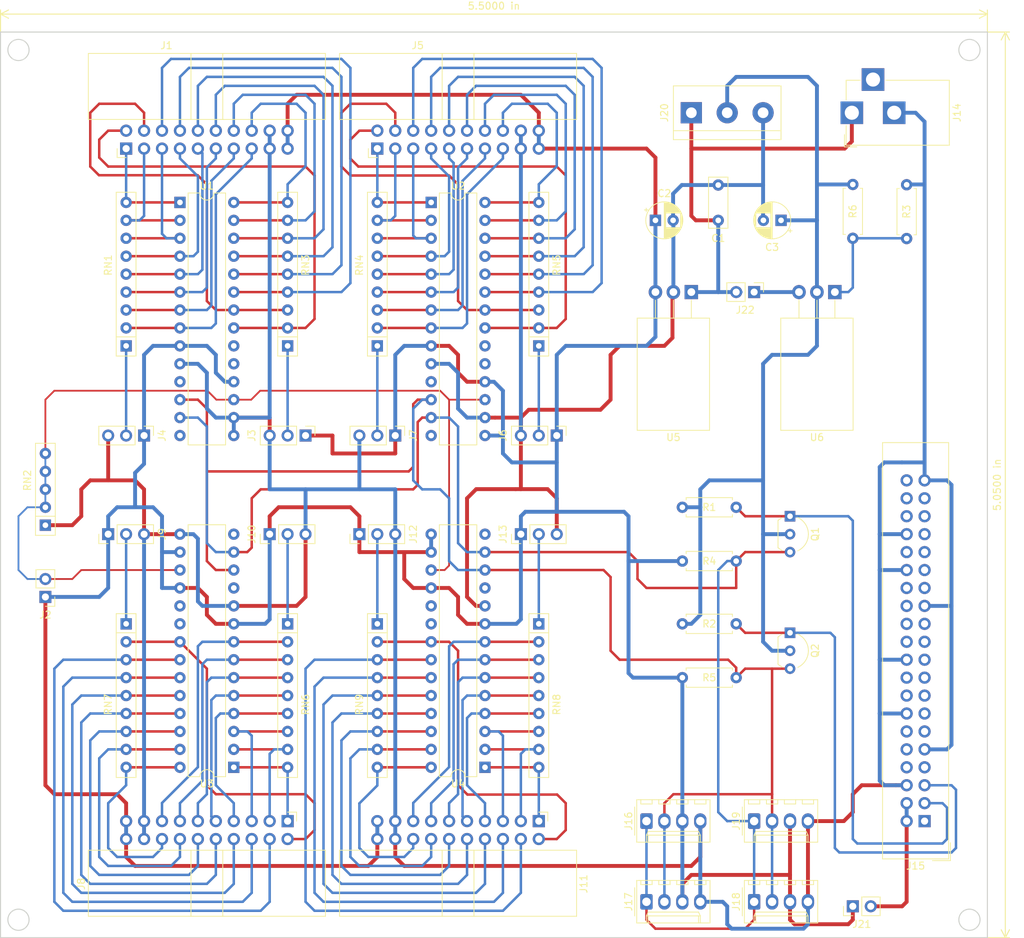
<source format=kicad_pcb>
(kicad_pcb (version 20171130) (host pcbnew "(5.1.5)-3")
  (layers (0 F.Cu signal) (31 B.Cu signal) (34 B.Paste user) (35 F.Paste user) (36 B.SilkS user) (37 F.SilkS user) (38 B.Mask user) (39 F.Mask user) (44 Edge.Cuts user))
  (net 0 "")
  (net 1 GND)
  (net 2 +5V)
  (net 3 +3V3)
  (net 4 /GPIOA07)
  (net 5 /GPIOB07)
  (net 6 /GPIOA06)
  (net 7 /GPIOB06)
  (net 8 /GPIOA05)
  (net 9 /GPIOB05)
  (net 10 /GPIOA04)
  (net 11 /GPIOB04)
  (net 12 /GPIOA03)
  (net 13 /GPIOB03)
  (net 14 /GPIOA02)
  (net 15 /GPIOB02)
  (net 16 /GPIOA01)
  (net 17 /GPIOB01)
  (net 18 /GPIOA00)
  (net 19 /GPIOB00)
  (net 20 /CA0)
  (net 21 /CB0)
  (net 22 /GPIOB10)
  (net 23 /GPIOA10)
  (net 24 /GPIOB11)
  (net 25 /GPIOA11)
  (net 26 /GPIOB12)
  (net 27 /GPIOA12)
  (net 28 /GPIOB13)
  (net 29 /GPIOA13)
  (net 30 /GPIOB14)
  (net 31 /GPIOA14)
  (net 32 /GPIOB15)
  (net 33 /GPIOA15)
  (net 34 /GPIOB16)
  (net 35 /GPIOA16)
  (net 36 /GPIOB17)
  (net 37 /GPIOA17)
  (net 38 /CA1)
  (net 39 /CB1)
  (net 40 /GPIOB20)
  (net 41 /GPIOA20)
  (net 42 /GPIOB21)
  (net 43 /GPIOA21)
  (net 44 /GPIOB22)
  (net 45 /GPIOA22)
  (net 46 /GPIOB23)
  (net 47 /GPIOA23)
  (net 48 /GPIOB24)
  (net 49 /GPIOA24)
  (net 50 /GPIOB25)
  (net 51 /GPIOA25)
  (net 52 /GPIOB26)
  (net 53 /GPIOA26)
  (net 54 /GPIOB27)
  (net 55 /GPIOA27)
  (net 56 /CA2)
  (net 57 /CB2)
  (net 58 /GPIOB30)
  (net 59 /GPIOA30)
  (net 60 /GPIOB31)
  (net 61 /GPIOA31)
  (net 62 /GPIOB32)
  (net 63 /GPIOA32)
  (net 64 /GPIOB33)
  (net 65 /GPIOA33)
  (net 66 /GPIOB34)
  (net 67 /GPIOA34)
  (net 68 /GPIOB35)
  (net 69 /GPIOA35)
  (net 70 /GPIOB36)
  (net 71 /GPIOA36)
  (net 72 /GPIOB37)
  (net 73 /GPIOA37)
  (net 74 /CA3)
  (net 75 /CB3)
  (net 76 /SDA)
  (net 77 /SCL)
  (net 78 /SDA5V)
  (net 79 /SCL5V)
  (net 80 "Net-(R3-Pad1)")
  (net 81 "Net-(U1-Pad14)")
  (net 82 "Net-(U1-Pad11)")
  (net 83 /INTB0)
  (net 84 /INTA0)
  (net 85 "Net-(U2-Pad11)")
  (net 86 "Net-(U2-Pad14)")
  (net 87 "Net-(U3-Pad14)")
  (net 88 "Net-(U3-Pad11)")
  (net 89 /INTB1)
  (net 90 /INTA1)
  (net 91 "Net-(U4-Pad11)")
  (net 92 "Net-(U4-Pad14)")
  (net 93 /INTA2)
  (net 94 /INTB2)
  (net 95 /INTA3)
  (net 96 /INTB3)
  (net 97 /A00)
  (net 98 "Net-(J15-Pad1)")
  (net 99 "Net-(J15-Pad7)")
  (net 100 "Net-(J15-Pad8)")
  (net 101 "Net-(J15-Pad10)")
  (net 102 "Net-(J15-Pad11)")
  (net 103 "Net-(J15-Pad12)")
  (net 104 "Net-(J15-Pad13)")
  (net 105 "Net-(J15-Pad15)")
  (net 106 "Net-(J15-Pad16)")
  (net 107 "Net-(J15-Pad17)")
  (net 108 "Net-(J15-Pad18)")
  (net 109 "Net-(J15-Pad19)")
  (net 110 "Net-(J15-Pad21)")
  (net 111 "Net-(J15-Pad22)")
  (net 112 "Net-(J15-Pad23)")
  (net 113 "Net-(J15-Pad24)")
  (net 114 "Net-(J15-Pad26)")
  (net 115 "Net-(J15-Pad27)")
  (net 116 "Net-(J15-Pad28)")
  (net 117 "Net-(J15-Pad29)")
  (net 118 "Net-(J15-Pad31)")
  (net 119 "Net-(J15-Pad32)")
  (net 120 "Net-(J15-Pad33)")
  (net 121 "Net-(J15-Pad35)")
  (net 122 "Net-(J15-Pad36)")
  (net 123 "Net-(J15-Pad37)")
  (net 124 "Net-(J15-Pad38)")
  (net 125 "Net-(J15-Pad40)")
  (net 126 +12V)
  (net 127 /+5VPI)
  (net 128 /ENBL3.3)
  (module Package_TO_SOT_THT:TO-92L_Inline_Wide (layer F.Cu) (at 222.25 116.84 270)
    (fp_text reference Q2 (at 2.54 -3.56 90) (layer F.SilkS))
    (fp_text value 2N7000)
    (pad 1 thru_hole rect (at 0 0) (size 1.5 1.5) (drill 0.8) (layers *.Cu *.Mask) (net 77 /SCL))
    (pad 3 thru_hole circle (at 5.08 0) (size 1.5 1.5) (drill 0.8) (layers *.Cu *.Mask) (net 79 /SCL5V))
    (pad 2 thru_hole circle (at 2.54 0) (size 1.5 1.5) (drill 0.8) (layers *.Cu *.Mask) (net 3 +3V3))
  )
  (module Package_TO_SOT_THT:TO-92L_Inline_Wide (layer F.Cu) (at 222.25 100.33 270)
    (fp_text reference Q1 (at 2.54 -3.56 90) (layer F.SilkS))
    (fp_text value 2N7000)
    (pad 1 thru_hole rect (at 0 0) (size 1.5 1.5) (drill 0.8) (layers *.Cu *.Mask) (net 76 /SDA))
    (pad 3 thru_hole circle (at 5.08 0) (size 1.5 1.5) (drill 0.8) (layers *.Cu *.Mask) (net 78 /SDA5V))
    (pad 2 thru_hole circle (at 2.54 0) (size 1.5 1.5) (drill 0.8) (layers *.Cu *.Mask) (net 3 +3V3))
  )
  (module Connector_PinHeader_2.54mm:PinHeader_1x02_P2.54mm_Vertical (layer F.Cu) (at 217.17 68.58 270)
    (fp_text reference J22 (at 2.54 1.27 180) (layer F.SilkS))
    (fp_text value "3.3 ENBL")
    (pad 2 thru_hole oval (at 0 2.54 270) (size 1.7 1.7) (drill 1) (layers *.Cu *.Mask) (net 126 +12V))
    (pad 1 thru_hole rect (at 0 0 270) (size 1.7 1.7) (drill 1) (layers *.Cu *.Mask) (net 128 /ENBL3.3))
  )
  (module Connector_PinHeader_2.54mm:PinHeader_1x02_P2.54mm_Vertical (layer F.Cu) (at 231.14 155.575 90)
    (fp_text reference J21 (at -2.54 1.27 180) (layer F.SilkS))
    (fp_text value 5VPI)
    (pad 2 thru_hole oval (at 0 2.54 90) (size 1.7 1.7) (drill 1) (layers *.Cu *.Mask) (net 127 /+5VPI))
    (pad 1 thru_hole rect (at 0 0 90) (size 1.7 1.7) (drill 1) (layers *.Cu *.Mask) (net 2 +5V))
  )
  (module Connector_Molex:Molex_KK-254_AE-6410-04A_1x04_P2.54mm_Vertical (layer F.Cu) (at 217.17 154.94)
    (fp_text reference J18 (at -2.54 0 90) (layer F.SilkS))
    (fp_text value "Exp 03")
    (pad 4 thru_hole oval (at 7.62 0) (size 1.74 2.2) (drill 1.2) (layers *.Cu *.Mask) (net 1 GND))
    (pad 3 thru_hole oval (at 5.08 0) (size 1.74 2.2) (drill 1.2) (layers *.Cu *.Mask) (net 2 +5V))
    (pad 2 thru_hole oval (at 2.54 0) (size 1.74 2.2) (drill 1.2) (layers *.Cu *.Mask) (net 79 /SCL5V))
    (pad 1 thru_hole roundrect (at 0 0) (size 1.74 2.2) (drill 1.2) (layers *.Cu *.Mask) (roundrect_rratio 0.143678) (net 78 /SDA5V))
  )
  (module Connector_Molex:Molex_KK-254_AE-6410-04A_1x04_P2.54mm_Vertical (layer F.Cu) (at 201.93 154.94)
    (fp_text reference J17 (at -2.54 0 90) (layer F.SilkS))
    (fp_text value "Exp 02")
    (pad 4 thru_hole oval (at 7.62 0) (size 1.74 2.2) (drill 1.2) (layers *.Cu *.Mask) (net 1 GND))
    (pad 3 thru_hole oval (at 5.08 0) (size 1.74 2.2) (drill 1.2) (layers *.Cu *.Mask) (net 2 +5V))
    (pad 2 thru_hole oval (at 2.54 0) (size 1.74 2.2) (drill 1.2) (layers *.Cu *.Mask) (net 79 /SCL5V))
    (pad 1 thru_hole roundrect (at 0 0) (size 1.74 2.2) (drill 1.2) (layers *.Cu *.Mask) (roundrect_rratio 0.143678) (net 78 /SDA5V))
  )
  (module Connector_Molex:Molex_KK-254_AE-6410-04A_1x04_P2.54mm_Vertical (layer F.Cu) (at 201.93 143.51)
    (fp_text reference J16 (at -2.54 0 90) (layer F.SilkS))
    (fp_text value "Exp 01")
    (pad 4 thru_hole oval (at 7.62 0) (size 1.74 2.2) (drill 1.2) (layers *.Cu *.Mask) (net 1 GND))
    (pad 3 thru_hole oval (at 5.08 0) (size 1.74 2.2) (drill 1.2) (layers *.Cu *.Mask) (net 2 +5V))
    (pad 2 thru_hole oval (at 2.54 0) (size 1.74 2.2) (drill 1.2) (layers *.Cu *.Mask) (net 79 /SCL5V))
    (pad 1 thru_hole roundrect (at 0 0) (size 1.74 2.2) (drill 1.2) (layers *.Cu *.Mask) (roundrect_rratio 0.143678) (net 78 /SDA5V))
  )
  (module Capacitor_THT:C_Rect_L7.0mm_W2.5mm_P5.00mm (layer F.Cu) (at 212.09 58.42 90)
    (fp_text reference C1 (at -2.54 0) (layer F.SilkS))
    (fp_text value 100nF)
    (pad 1 thru_hole circle (at 0 0 90) (size 1.6 1.6) (drill 0.8) (layers *.Cu *.Mask) (net 126 +12V))
    (pad 2 thru_hole circle (at 5 0 90) (size 1.6 1.6) (drill 0.8) (layers *.Cu *.Mask) (net 1 GND))
  )
  (module Capacitor_THT:CP_Radial_D5.0mm_P2.50mm (layer F.Cu) (at 203.2 58.42)
    (fp_text reference C2 (at 1.25 -3.81) (layer F.SilkS))
    (fp_text value 1uF)
    (pad 2 thru_hole circle (at 2.5 0) (size 1.6 1.6) (drill 0.8) (layers *.Cu *.Mask) (net 1 GND))
    (pad 1 thru_hole rect (at 0 0) (size 1.6 1.6) (drill 0.8) (layers *.Cu *.Mask) (net 2 +5V))
  )
  (module Capacitor_THT:CP_Radial_D5.0mm_P2.50mm (layer F.Cu) (at 220.98 58.42 180)
    (fp_text reference C3 (at 1.27 -3.81 180) (layer F.SilkS))
    (fp_text value 1uF)
    (pad 1 thru_hole rect (at 0 0 180) (size 1.6 1.6) (drill 0.8) (layers *.Cu *.Mask) (net 3 +3V3))
    (pad 2 thru_hole circle (at 2.5 0 180) (size 1.6 1.6) (drill 0.8) (layers *.Cu *.Mask) (net 1 GND))
  )
  (module Connector_BarrelJack:BarrelJack_CUI_PJ-102AH_Horizontal (layer F.Cu) (at 231 43.18 90)
    (fp_text reference J14 (at 0 14.89 270) (layer F.SilkS))
    (fp_text value "9V - 12 DC")
    (pad 1 thru_hole rect (at 0 0 90) (size 3.2 3.2) (drill 2) (layers *.Cu *.Mask) (net 126 +12V))
    (pad 2 thru_hole rect (at 0 6 90) (size 3.2 3.2) (drill 2) (layers *.Cu *.Mask) (net 1 GND))
    (pad 3 thru_hole rect (at 4.7 3 90) (size 3.2 3.2) (drill 2) (layers *.Cu *.Mask))
  )
  (module Connector_IDC:IDC-Header_2x20_P2.54mm_Vertical (layer F.Cu) (at 241.3 143.51 180)
    (fp_text reference J15 (at 1.27 -6.35) (layer F.SilkS))
    (fp_text value Raspberry)
    (pad 1 thru_hole rect (at 0 0 180) (size 1.7272 1.7272) (drill 1.016) (layers *.Cu *.Mask) (net 98 "Net-(J15-Pad1)"))
    (pad 2 thru_hole oval (at 2.54 0 180) (size 1.7272 1.7272) (drill 1.016) (layers *.Cu *.Mask) (net 127 /+5VPI))
    (pad 3 thru_hole oval (at 0 2.54 180) (size 1.7272 1.7272) (drill 1.016) (layers *.Cu *.Mask) (net 76 /SDA))
    (pad 4 thru_hole oval (at 2.54 2.54 180) (size 1.7272 1.7272) (drill 1.016) (layers *.Cu *.Mask) (net 127 /+5VPI))
    (pad 5 thru_hole oval (at 0 5.08 180) (size 1.7272 1.7272) (drill 1.016) (layers *.Cu *.Mask) (net 77 /SCL))
    (pad 6 thru_hole oval (at 2.54 5.08 180) (size 1.7272 1.7272) (drill 1.016) (layers *.Cu *.Mask) (net 1 GND))
    (pad 7 thru_hole oval (at 0 7.62 180) (size 1.7272 1.7272) (drill 1.016) (layers *.Cu *.Mask) (net 99 "Net-(J15-Pad7)"))
    (pad 8 thru_hole oval (at 2.54 7.62 180) (size 1.7272 1.7272) (drill 1.016) (layers *.Cu *.Mask) (net 100 "Net-(J15-Pad8)"))
    (pad 9 thru_hole oval (at 0 10.16 180) (size 1.7272 1.7272) (drill 1.016) (layers *.Cu *.Mask) (net 1 GND))
    (pad 10 thru_hole oval (at 2.54 10.16 180) (size 1.7272 1.7272) (drill 1.016) (layers *.Cu *.Mask) (net 101 "Net-(J15-Pad10)"))
    (pad 11 thru_hole oval (at 0 12.7 180) (size 1.7272 1.7272) (drill 1.016) (layers *.Cu *.Mask) (net 102 "Net-(J15-Pad11)"))
    (pad 12 thru_hole oval (at 2.54 12.7 180) (size 1.7272 1.7272) (drill 1.016) (layers *.Cu *.Mask) (net 103 "Net-(J15-Pad12)"))
    (pad 13 thru_hole oval (at 0 15.24 180) (size 1.7272 1.7272) (drill 1.016) (layers *.Cu *.Mask) (net 104 "Net-(J15-Pad13)"))
    (pad 14 thru_hole oval (at 2.54 15.24 180) (size 1.7272 1.7272) (drill 1.016) (layers *.Cu *.Mask) (net 1 GND))
    (pad 15 thru_hole oval (at 0 17.78 180) (size 1.7272 1.7272) (drill 1.016) (layers *.Cu *.Mask) (net 105 "Net-(J15-Pad15)"))
    (pad 16 thru_hole oval (at 2.54 17.78 180) (size 1.7272 1.7272) (drill 1.016) (layers *.Cu *.Mask) (net 106 "Net-(J15-Pad16)"))
    (pad 17 thru_hole oval (at 0 20.32 180) (size 1.7272 1.7272) (drill 1.016) (layers *.Cu *.Mask) (net 107 "Net-(J15-Pad17)"))
    (pad 18 thru_hole oval (at 2.54 20.32 180) (size 1.7272 1.7272) (drill 1.016) (layers *.Cu *.Mask) (net 108 "Net-(J15-Pad18)"))
    (pad 19 thru_hole oval (at 0 22.86 180) (size 1.7272 1.7272) (drill 1.016) (layers *.Cu *.Mask) (net 109 "Net-(J15-Pad19)"))
    (pad 20 thru_hole oval (at 2.54 22.86 180) (size 1.7272 1.7272) (drill 1.016) (layers *.Cu *.Mask) (net 1 GND))
    (pad 21 thru_hole oval (at 0 25.4 180) (size 1.7272 1.7272) (drill 1.016) (layers *.Cu *.Mask) (net 110 "Net-(J15-Pad21)"))
    (pad 22 thru_hole oval (at 2.54 25.4 180) (size 1.7272 1.7272) (drill 1.016) (layers *.Cu *.Mask) (net 111 "Net-(J15-Pad22)"))
    (pad 23 thru_hole oval (at 0 27.94 180) (size 1.7272 1.7272) (drill 1.016) (layers *.Cu *.Mask) (net 112 "Net-(J15-Pad23)"))
    (pad 24 thru_hole oval (at 2.54 27.94 180) (size 1.7272 1.7272) (drill 1.016) (layers *.Cu *.Mask) (net 113 "Net-(J15-Pad24)"))
    (pad 25 thru_hole oval (at 0 30.48 180) (size 1.7272 1.7272) (drill 1.016) (layers *.Cu *.Mask) (net 1 GND))
    (pad 26 thru_hole oval (at 2.54 30.48 180) (size 1.7272 1.7272) (drill 1.016) (layers *.Cu *.Mask) (net 114 "Net-(J15-Pad26)"))
    (pad 27 thru_hole oval (at 0 33.02 180) (size 1.7272 1.7272) (drill 1.016) (layers *.Cu *.Mask) (net 115 "Net-(J15-Pad27)"))
    (pad 28 thru_hole oval (at 2.54 33.02 180) (size 1.7272 1.7272) (drill 1.016) (layers *.Cu *.Mask) (net 116 "Net-(J15-Pad28)"))
    (pad 29 thru_hole oval (at 0 35.56 180) (size 1.7272 1.7272) (drill 1.016) (layers *.Cu *.Mask) (net 117 "Net-(J15-Pad29)"))
    (pad 30 thru_hole oval (at 2.54 35.56 180) (size 1.7272 1.7272) (drill 1.016) (layers *.Cu *.Mask) (net 1 GND))
    (pad 31 thru_hole oval (at 0 38.1 180) (size 1.7272 1.7272) (drill 1.016) (layers *.Cu *.Mask) (net 118 "Net-(J15-Pad31)"))
    (pad 32 thru_hole oval (at 2.54 38.1 180) (size 1.7272 1.7272) (drill 1.016) (layers *.Cu *.Mask) (net 119 "Net-(J15-Pad32)"))
    (pad 33 thru_hole oval (at 0 40.64 180) (size 1.7272 1.7272) (drill 1.016) (layers *.Cu *.Mask) (net 120 "Net-(J15-Pad33)"))
    (pad 34 thru_hole oval (at 2.54 40.64 180) (size 1.7272 1.7272) (drill 1.016) (layers *.Cu *.Mask) (net 1 GND))
    (pad 35 thru_hole oval (at 0 43.18 180) (size 1.7272 1.7272) (drill 1.016) (layers *.Cu *.Mask) (net 121 "Net-(J15-Pad35)"))
    (pad 36 thru_hole oval (at 2.54 43.18 180) (size 1.7272 1.7272) (drill 1.016) (layers *.Cu *.Mask) (net 122 "Net-(J15-Pad36)"))
    (pad 37 thru_hole oval (at 0 45.72 180) (size 1.7272 1.7272) (drill 1.016) (layers *.Cu *.Mask) (net 123 "Net-(J15-Pad37)"))
    (pad 38 thru_hole oval (at 2.54 45.72 180) (size 1.7272 1.7272) (drill 1.016) (layers *.Cu *.Mask) (net 124 "Net-(J15-Pad38)"))
    (pad 39 thru_hole oval (at 0 48.26 180) (size 1.7272 1.7272) (drill 1.016) (layers *.Cu *.Mask) (net 1 GND))
    (pad 40 thru_hole oval (at 2.54 48.26 180) (size 1.7272 1.7272) (drill 1.016) (layers *.Cu *.Mask) (net 125 "Net-(J15-Pad40)"))
  )
  (module Resistor_THT:R_Axial_DIN0207_L6.3mm_D2.5mm_P7.62mm_Horizontal (layer F.Cu) (at 207.01 99.06)
    (fp_text reference R1 (at 3.81 0) (layer F.SilkS))
    (fp_text value 10K)
    (pad 1 thru_hole circle (at 0 0) (size 1.6 1.6) (drill 0.8) (layers *.Cu *.Mask) (net 3 +3V3))
    (pad 2 thru_hole oval (at 7.62 0) (size 1.6 1.6) (drill 0.8) (layers *.Cu *.Mask) (net 76 /SDA))
  )
  (module Resistor_THT:R_Axial_DIN0207_L6.3mm_D2.5mm_P7.62mm_Horizontal (layer F.Cu) (at 207.01 115.57)
    (fp_text reference R2 (at 3.81 0) (layer F.SilkS))
    (fp_text value 10K)
    (pad 2 thru_hole oval (at 7.62 0) (size 1.6 1.6) (drill 0.8) (layers *.Cu *.Mask) (net 77 /SCL))
    (pad 1 thru_hole circle (at 0 0) (size 1.6 1.6) (drill 0.8) (layers *.Cu *.Mask) (net 3 +3V3))
  )
  (module Resistor_THT:R_Axial_DIN0207_L6.3mm_D2.5mm_P7.62mm_Horizontal (layer F.Cu) (at 238.76 61 90)
    (fp_text reference R3 (at 3.81 0 90) (layer F.SilkS))
    (fp_text value 540)
    (pad 1 thru_hole circle (at 0 0 90) (size 1.6 1.6) (drill 0.8) (layers *.Cu *.Mask) (net 80 "Net-(R3-Pad1)"))
    (pad 2 thru_hole oval (at 7.62 0 90) (size 1.6 1.6) (drill 0.8) (layers *.Cu *.Mask) (net 1 GND))
  )
  (module Resistor_THT:R_Axial_DIN0207_L6.3mm_D2.5mm_P7.62mm_Horizontal (layer F.Cu) (at 207.01 106.68)
    (fp_text reference R4 (at 3.81 0) (layer F.SilkS))
    (fp_text value 10K)
    (pad 2 thru_hole oval (at 7.62 0) (size 1.6 1.6) (drill 0.8) (layers *.Cu *.Mask) (net 78 /SDA5V))
    (pad 1 thru_hole circle (at 0 0) (size 1.6 1.6) (drill 0.8) (layers *.Cu *.Mask) (net 2 +5V))
  )
  (module Resistor_THT:R_Axial_DIN0207_L6.3mm_D2.5mm_P7.62mm_Horizontal (layer F.Cu) (at 207.01 123.19)
    (fp_text reference R5 (at 3.81 0) (layer F.SilkS))
    (fp_text value 10K)
    (pad 1 thru_hole circle (at 0 0) (size 1.6 1.6) (drill 0.8) (layers *.Cu *.Mask) (net 2 +5V))
    (pad 2 thru_hole oval (at 7.62 0) (size 1.6 1.6) (drill 0.8) (layers *.Cu *.Mask) (net 79 /SCL5V))
  )
  (module Resistor_THT:R_Axial_DIN0207_L6.3mm_D2.5mm_P7.62mm_Horizontal (layer F.Cu) (at 231.14 53.34 270)
    (fp_text reference R6 (at 3.81 0 270) (layer F.SilkS))
    (fp_text value 330)
    (pad 2 thru_hole oval (at 7.62 0 270) (size 1.6 1.6) (drill 0.8) (layers *.Cu *.Mask) (net 80 "Net-(R3-Pad1)"))
    (pad 1 thru_hole circle (at 0 0 270) (size 1.6 1.6) (drill 0.8) (layers *.Cu *.Mask) (net 3 +3V3))
  )
  (module Resistor_THT:R_Array_SIP9 (layer F.Cu) (at 151.13 76.2 90)
    (fp_text reference RN3 (at 11.43 2.54 90) (layer F.SilkS))
    (fp_text value "10K Network Res")
    (pad 1 thru_hole rect (at 0 0 90) (size 1.6 1.6) (drill 0.8) (layers *.Cu *.Mask) (net 20 /CA0))
    (pad 2 thru_hole oval (at 2.54 0 90) (size 1.6 1.6) (drill 0.8) (layers *.Cu *.Mask) (net 18 /GPIOA00))
    (pad 3 thru_hole oval (at 5.08 0 90) (size 1.6 1.6) (drill 0.8) (layers *.Cu *.Mask) (net 16 /GPIOA01))
    (pad 4 thru_hole oval (at 7.62 0 90) (size 1.6 1.6) (drill 0.8) (layers *.Cu *.Mask) (net 14 /GPIOA02))
    (pad 5 thru_hole oval (at 10.16 0 90) (size 1.6 1.6) (drill 0.8) (layers *.Cu *.Mask) (net 12 /GPIOA03))
    (pad 6 thru_hole oval (at 12.7 0 90) (size 1.6 1.6) (drill 0.8) (layers *.Cu *.Mask) (net 10 /GPIOA04))
    (pad 7 thru_hole oval (at 15.24 0 90) (size 1.6 1.6) (drill 0.8) (layers *.Cu *.Mask) (net 8 /GPIOA05))
    (pad 8 thru_hole oval (at 17.78 0 90) (size 1.6 1.6) (drill 0.8) (layers *.Cu *.Mask) (net 6 /GPIOA06))
    (pad 9 thru_hole oval (at 20.32 0 90) (size 1.6 1.6) (drill 0.8) (layers *.Cu *.Mask) (net 4 /GPIOA07))
  )
  (module Resistor_THT:R_Array_SIP9 (layer F.Cu) (at 128.27 76.2 90)
    (fp_text reference RN1 (at 11.43 -2.54 90) (layer F.SilkS))
    (fp_text value "10K Network Res")
    (pad 9 thru_hole oval (at 20.32 0 90) (size 1.6 1.6) (drill 0.8) (layers *.Cu *.Mask) (net 19 /GPIOB00))
    (pad 8 thru_hole oval (at 17.78 0 90) (size 1.6 1.6) (drill 0.8) (layers *.Cu *.Mask) (net 17 /GPIOB01))
    (pad 7 thru_hole oval (at 15.24 0 90) (size 1.6 1.6) (drill 0.8) (layers *.Cu *.Mask) (net 15 /GPIOB02))
    (pad 6 thru_hole oval (at 12.7 0 90) (size 1.6 1.6) (drill 0.8) (layers *.Cu *.Mask) (net 13 /GPIOB03))
    (pad 5 thru_hole oval (at 10.16 0 90) (size 1.6 1.6) (drill 0.8) (layers *.Cu *.Mask) (net 11 /GPIOB04))
    (pad 4 thru_hole oval (at 7.62 0 90) (size 1.6 1.6) (drill 0.8) (layers *.Cu *.Mask) (net 9 /GPIOB05))
    (pad 3 thru_hole oval (at 5.08 0 90) (size 1.6 1.6) (drill 0.8) (layers *.Cu *.Mask) (net 7 /GPIOB06))
    (pad 2 thru_hole oval (at 2.54 0 90) (size 1.6 1.6) (drill 0.8) (layers *.Cu *.Mask) (net 5 /GPIOB07))
    (pad 1 thru_hole rect (at 0 0 90) (size 1.6 1.6) (drill 0.8) (layers *.Cu *.Mask) (net 21 /CB0))
  )
  (module Resistor_THT:R_Array_SIP9 (layer F.Cu) (at 186.69 76.2 90)
    (fp_text reference RN5 (at 11.43 2.54 90) (layer F.SilkS))
    (fp_text value "10K Network Res")
    (pad 1 thru_hole rect (at 0 0 90) (size 1.6 1.6) (drill 0.8) (layers *.Cu *.Mask) (net 38 /CA1))
    (pad 2 thru_hole oval (at 2.54 0 90) (size 1.6 1.6) (drill 0.8) (layers *.Cu *.Mask) (net 23 /GPIOA10))
    (pad 3 thru_hole oval (at 5.08 0 90) (size 1.6 1.6) (drill 0.8) (layers *.Cu *.Mask) (net 25 /GPIOA11))
    (pad 4 thru_hole oval (at 7.62 0 90) (size 1.6 1.6) (drill 0.8) (layers *.Cu *.Mask) (net 27 /GPIOA12))
    (pad 5 thru_hole oval (at 10.16 0 90) (size 1.6 1.6) (drill 0.8) (layers *.Cu *.Mask) (net 29 /GPIOA13))
    (pad 6 thru_hole oval (at 12.7 0 90) (size 1.6 1.6) (drill 0.8) (layers *.Cu *.Mask) (net 31 /GPIOA14))
    (pad 7 thru_hole oval (at 15.24 0 90) (size 1.6 1.6) (drill 0.8) (layers *.Cu *.Mask) (net 33 /GPIOA15))
    (pad 8 thru_hole oval (at 17.78 0 90) (size 1.6 1.6) (drill 0.8) (layers *.Cu *.Mask) (net 35 /GPIOA16))
    (pad 9 thru_hole oval (at 20.32 0 90) (size 1.6 1.6) (drill 0.8) (layers *.Cu *.Mask) (net 37 /GPIOA17))
  )
  (module Resistor_THT:R_Array_SIP9 (layer F.Cu) (at 163.83 76.2 90)
    (fp_text reference RN4 (at 11.43 -2.54 90) (layer F.SilkS))
    (fp_text value "10K Network Res")
    (pad 9 thru_hole oval (at 20.32 0 90) (size 1.6 1.6) (drill 0.8) (layers *.Cu *.Mask) (net 22 /GPIOB10))
    (pad 8 thru_hole oval (at 17.78 0 90) (size 1.6 1.6) (drill 0.8) (layers *.Cu *.Mask) (net 24 /GPIOB11))
    (pad 7 thru_hole oval (at 15.24 0 90) (size 1.6 1.6) (drill 0.8) (layers *.Cu *.Mask) (net 26 /GPIOB12))
    (pad 6 thru_hole oval (at 12.7 0 90) (size 1.6 1.6) (drill 0.8) (layers *.Cu *.Mask) (net 28 /GPIOB13))
    (pad 5 thru_hole oval (at 10.16 0 90) (size 1.6 1.6) (drill 0.8) (layers *.Cu *.Mask) (net 30 /GPIOB14))
    (pad 4 thru_hole oval (at 7.62 0 90) (size 1.6 1.6) (drill 0.8) (layers *.Cu *.Mask) (net 32 /GPIOB15))
    (pad 3 thru_hole oval (at 5.08 0 90) (size 1.6 1.6) (drill 0.8) (layers *.Cu *.Mask) (net 34 /GPIOB16))
    (pad 2 thru_hole oval (at 2.54 0 90) (size 1.6 1.6) (drill 0.8) (layers *.Cu *.Mask) (net 36 /GPIOB17))
    (pad 1 thru_hole rect (at 0 0 90) (size 1.6 1.6) (drill 0.8) (layers *.Cu *.Mask) (net 39 /CB1))
  )
  (module Package_DIP:DIP-28_W7.62mm (layer F.Cu) (at 135.89 55.88)
    (fp_text reference U1 (at 3.81 -2.33 180) (layer F.SilkS))
    (fp_text value MCP23017_SP)
    (pad 28 thru_hole oval (at 7.62 0) (size 1.6 1.6) (drill 0.8) (layers *.Cu *.Mask) (net 4 /GPIOA07))
    (pad 14 thru_hole oval (at 0 33.02) (size 1.6 1.6) (drill 0.8) (layers *.Cu *.Mask) (net 81 "Net-(U1-Pad14)"))
    (pad 27 thru_hole oval (at 7.62 2.54) (size 1.6 1.6) (drill 0.8) (layers *.Cu *.Mask) (net 6 /GPIOA06))
    (pad 13 thru_hole oval (at 0 30.48) (size 1.6 1.6) (drill 0.8) (layers *.Cu *.Mask) (net 78 /SDA5V))
    (pad 26 thru_hole oval (at 7.62 5.08) (size 1.6 1.6) (drill 0.8) (layers *.Cu *.Mask) (net 8 /GPIOA05))
    (pad 12 thru_hole oval (at 0 27.94) (size 1.6 1.6) (drill 0.8) (layers *.Cu *.Mask) (net 79 /SCL5V))
    (pad 25 thru_hole oval (at 7.62 7.62) (size 1.6 1.6) (drill 0.8) (layers *.Cu *.Mask) (net 10 /GPIOA04))
    (pad 11 thru_hole oval (at 0 25.4) (size 1.6 1.6) (drill 0.8) (layers *.Cu *.Mask) (net 82 "Net-(U1-Pad11)"))
    (pad 24 thru_hole oval (at 7.62 10.16) (size 1.6 1.6) (drill 0.8) (layers *.Cu *.Mask) (net 12 /GPIOA03))
    (pad 10 thru_hole oval (at 0 22.86) (size 1.6 1.6) (drill 0.8) (layers *.Cu *.Mask) (net 1 GND))
    (pad 23 thru_hole oval (at 7.62 12.7) (size 1.6 1.6) (drill 0.8) (layers *.Cu *.Mask) (net 14 /GPIOA02))
    (pad 9 thru_hole oval (at 0 20.32) (size 1.6 1.6) (drill 0.8) (layers *.Cu *.Mask) (net 2 +5V))
    (pad 22 thru_hole oval (at 7.62 15.24) (size 1.6 1.6) (drill 0.8) (layers *.Cu *.Mask) (net 16 /GPIOA01))
    (pad 8 thru_hole oval (at 0 17.78) (size 1.6 1.6) (drill 0.8) (layers *.Cu *.Mask) (net 5 /GPIOB07))
    (pad 21 thru_hole oval (at 7.62 17.78) (size 1.6 1.6) (drill 0.8) (layers *.Cu *.Mask) (net 18 /GPIOA00))
    (pad 7 thru_hole oval (at 0 15.24) (size 1.6 1.6) (drill 0.8) (layers *.Cu *.Mask) (net 7 /GPIOB06))
    (pad 20 thru_hole oval (at 7.62 20.32) (size 1.6 1.6) (drill 0.8) (layers *.Cu *.Mask) (net 83 /INTB0))
    (pad 6 thru_hole oval (at 0 12.7) (size 1.6 1.6) (drill 0.8) (layers *.Cu *.Mask) (net 9 /GPIOB05))
    (pad 19 thru_hole oval (at 7.62 22.86) (size 1.6 1.6) (drill 0.8) (layers *.Cu *.Mask) (net 84 /INTA0))
    (pad 5 thru_hole oval (at 0 10.16) (size 1.6 1.6) (drill 0.8) (layers *.Cu *.Mask) (net 11 /GPIOB04))
    (pad 18 thru_hole oval (at 7.62 25.4) (size 1.6 1.6) (drill 0.8) (layers *.Cu *.Mask) (net 2 +5V))
    (pad 4 thru_hole oval (at 0 7.62) (size 1.6 1.6) (drill 0.8) (layers *.Cu *.Mask) (net 13 /GPIOB03))
    (pad 17 thru_hole oval (at 7.62 27.94) (size 1.6 1.6) (drill 0.8) (layers *.Cu *.Mask) (net 97 /A00))
    (pad 3 thru_hole oval (at 0 5.08) (size 1.6 1.6) (drill 0.8) (layers *.Cu *.Mask) (net 15 /GPIOB02))
    (pad 16 thru_hole oval (at 7.62 30.48) (size 1.6 1.6) (drill 0.8) (layers *.Cu *.Mask) (net 1 GND))
    (pad 2 thru_hole oval (at 0 2.54) (size 1.6 1.6) (drill 0.8) (layers *.Cu *.Mask) (net 17 /GPIOB01))
    (pad 15 thru_hole oval (at 7.62 33.02) (size 1.6 1.6) (drill 0.8) (layers *.Cu *.Mask) (net 1 GND))
    (pad 1 thru_hole rect (at 0 0) (size 1.6 1.6) (drill 0.8) (layers *.Cu *.Mask) (net 19 /GPIOB00))
  )
  (module Package_DIP:DIP-28_W7.62mm (layer F.Cu) (at 171.45 55.88)
    (fp_text reference U2 (at 3.81 -2.33 180) (layer F.SilkS))
    (fp_text value MCP23017_SP)
    (pad 28 thru_hole oval (at 7.62 0) (size 1.6 1.6) (drill 0.8) (layers *.Cu *.Mask) (net 37 /GPIOA17))
    (pad 14 thru_hole oval (at 0 33.02) (size 1.6 1.6) (drill 0.8) (layers *.Cu *.Mask) (net 86 "Net-(U2-Pad14)"))
    (pad 27 thru_hole oval (at 7.62 2.54) (size 1.6 1.6) (drill 0.8) (layers *.Cu *.Mask) (net 35 /GPIOA16))
    (pad 13 thru_hole oval (at 0 30.48) (size 1.6 1.6) (drill 0.8) (layers *.Cu *.Mask) (net 78 /SDA5V))
    (pad 26 thru_hole oval (at 7.62 5.08) (size 1.6 1.6) (drill 0.8) (layers *.Cu *.Mask) (net 33 /GPIOA15))
    (pad 12 thru_hole oval (at 0 27.94) (size 1.6 1.6) (drill 0.8) (layers *.Cu *.Mask) (net 79 /SCL5V))
    (pad 25 thru_hole oval (at 7.62 7.62) (size 1.6 1.6) (drill 0.8) (layers *.Cu *.Mask) (net 31 /GPIOA14))
    (pad 11 thru_hole oval (at 0 25.4) (size 1.6 1.6) (drill 0.8) (layers *.Cu *.Mask) (net 85 "Net-(U2-Pad11)"))
    (pad 24 thru_hole oval (at 7.62 10.16) (size 1.6 1.6) (drill 0.8) (layers *.Cu *.Mask) (net 29 /GPIOA13))
    (pad 10 thru_hole oval (at 0 22.86) (size 1.6 1.6) (drill 0.8) (layers *.Cu *.Mask) (net 1 GND))
    (pad 23 thru_hole oval (at 7.62 12.7) (size 1.6 1.6) (drill 0.8) (layers *.Cu *.Mask) (net 27 /GPIOA12))
    (pad 9 thru_hole oval (at 0 20.32) (size 1.6 1.6) (drill 0.8) (layers *.Cu *.Mask) (net 2 +5V))
    (pad 22 thru_hole oval (at 7.62 15.24) (size 1.6 1.6) (drill 0.8) (layers *.Cu *.Mask) (net 25 /GPIOA11))
    (pad 8 thru_hole oval (at 0 17.78) (size 1.6 1.6) (drill 0.8) (layers *.Cu *.Mask) (net 36 /GPIOB17))
    (pad 21 thru_hole oval (at 7.62 17.78) (size 1.6 1.6) (drill 0.8) (layers *.Cu *.Mask) (net 23 /GPIOA10))
    (pad 7 thru_hole oval (at 0 15.24) (size 1.6 1.6) (drill 0.8) (layers *.Cu *.Mask) (net 34 /GPIOB16))
    (pad 20 thru_hole oval (at 7.62 20.32) (size 1.6 1.6) (drill 0.8) (layers *.Cu *.Mask) (net 89 /INTB1))
    (pad 6 thru_hole oval (at 0 12.7) (size 1.6 1.6) (drill 0.8) (layers *.Cu *.Mask) (net 32 /GPIOB15))
    (pad 19 thru_hole oval (at 7.62 22.86) (size 1.6 1.6) (drill 0.8) (layers *.Cu *.Mask) (net 90 /INTA1))
    (pad 5 thru_hole oval (at 0 10.16) (size 1.6 1.6) (drill 0.8) (layers *.Cu *.Mask) (net 30 /GPIOB14))
    (pad 18 thru_hole oval (at 7.62 25.4) (size 1.6 1.6) (drill 0.8) (layers *.Cu *.Mask) (net 2 +5V))
    (pad 4 thru_hole oval (at 0 7.62) (size 1.6 1.6) (drill 0.8) (layers *.Cu *.Mask) (net 28 /GPIOB13))
    (pad 17 thru_hole oval (at 7.62 27.94) (size 1.6 1.6) (drill 0.8) (layers *.Cu *.Mask) (net 97 /A00))
    (pad 3 thru_hole oval (at 0 5.08) (size 1.6 1.6) (drill 0.8) (layers *.Cu *.Mask) (net 26 /GPIOB12))
    (pad 16 thru_hole oval (at 7.62 30.48) (size 1.6 1.6) (drill 0.8) (layers *.Cu *.Mask) (net 1 GND))
    (pad 2 thru_hole oval (at 0 2.54) (size 1.6 1.6) (drill 0.8) (layers *.Cu *.Mask) (net 24 /GPIOB11))
    (pad 15 thru_hole oval (at 7.62 33.02) (size 1.6 1.6) (drill 0.8) (layers *.Cu *.Mask) (net 2 +5V))
    (pad 1 thru_hole rect (at 0 0) (size 1.6 1.6) (drill 0.8) (layers *.Cu *.Mask) (net 22 /GPIOB10))
  )
  (module Package_TO_SOT_THT:TO-220-3_Horizontal_TabDown (layer F.Cu) (at 208.28 68.58 180)
    (fp_text reference U5 (at 2.54 -20.58 180) (layer F.SilkS))
    (fp_text value LM7805)
    (pad 3 thru_hole oval (at 5.08 0 180) (size 1.905 2) (drill 1.1) (layers *.Cu *.Mask) (net 2 +5V))
    (pad 2 thru_hole oval (at 2.54 0 180) (size 1.905 2) (drill 1.1) (layers *.Cu *.Mask) (net 1 GND))
    (pad 1 thru_hole rect (at 0 0 180) (size 1.905 2) (drill 1.1) (layers *.Cu *.Mask) (net 126 +12V))
    (pad "" np_thru_hole oval (at 2.54 -16.66 180) (size 3.5 3.5) (drill 3.5) (layers *.Cu *.Mask))
  )
  (module Package_TO_SOT_THT:TO-220-3_Horizontal_TabDown (layer F.Cu) (at 228.6 68.58 180)
    (fp_text reference U6 (at 2.54 -20.58 180) (layer F.SilkS))
    (fp_text value LM317)
    (pad "" np_thru_hole oval (at 2.54 -16.66 180) (size 3.5 3.5) (drill 3.5) (layers *.Cu *.Mask))
    (pad 1 thru_hole rect (at 0 0 180) (size 1.905 2) (drill 1.1) (layers *.Cu *.Mask) (net 80 "Net-(R3-Pad1)"))
    (pad 2 thru_hole oval (at 2.54 0 180) (size 1.905 2) (drill 1.1) (layers *.Cu *.Mask) (net 3 +3V3))
    (pad 3 thru_hole oval (at 5.08 0 180) (size 1.905 2) (drill 1.1) (layers *.Cu *.Mask) (net 128 /ENBL3.3))
  )
  (module Connector_Molex:Molex_KK-254_AE-6410-04A_1x04_P2.54mm_Vertical (layer F.Cu) (at 217.17 143.51)
    (fp_text reference J19 (at -2.54 0 90) (layer F.SilkS))
    (fp_text value "Exp 04")
    (pad 1 thru_hole roundrect (at 0 0) (size 1.74 2.2) (drill 1.2) (layers *.Cu *.Mask) (roundrect_rratio 0.143678) (net 78 /SDA5V))
    (pad 2 thru_hole oval (at 2.54 0) (size 1.74 2.2) (drill 1.2) (layers *.Cu *.Mask) (net 79 /SCL5V))
    (pad 3 thru_hole oval (at 5.08 0) (size 1.74 2.2) (drill 1.2) (layers *.Cu *.Mask) (net 2 +5V))
    (pad 4 thru_hole oval (at 7.62 0) (size 1.74 2.2) (drill 1.2) (layers *.Cu *.Mask) (net 1 GND))
  )
  (module Connector_IDC:IDC-Header_2x10_P2.54mm_Horizontal (layer F.Cu) (at 128.27 48.26 90)
    (fp_text reference J1 (at 14.605 5.715) (layer F.SilkS))
    (fp_text value OUT1-16)
    (pad 20 thru_hole oval (at 2.54 22.86 90) (size 1.7272 1.7272) (drill 1.016) (layers *.Cu *.Mask) (net 2 +5V))
    (pad 19 thru_hole oval (at 0 22.86 90) (size 1.7272 1.7272) (drill 1.016) (layers *.Cu *.Mask) (net 2 +5V))
    (pad 18 thru_hole oval (at 2.54 20.32 90) (size 1.7272 1.7272) (drill 1.016) (layers *.Cu *.Mask) (net 1 GND))
    (pad 17 thru_hole oval (at 0 20.32 90) (size 1.7272 1.7272) (drill 1.016) (layers *.Cu *.Mask) (net 1 GND))
    (pad 16 thru_hole oval (at 2.54 17.78 90) (size 1.7272 1.7272) (drill 1.016) (layers *.Cu *.Mask) (net 4 /GPIOA07))
    (pad 15 thru_hole oval (at 0 17.78 90) (size 1.7272 1.7272) (drill 1.016) (layers *.Cu *.Mask) (net 5 /GPIOB07))
    (pad 14 thru_hole oval (at 2.54 15.24 90) (size 1.7272 1.7272) (drill 1.016) (layers *.Cu *.Mask) (net 6 /GPIOA06))
    (pad 13 thru_hole oval (at 0 15.24 90) (size 1.7272 1.7272) (drill 1.016) (layers *.Cu *.Mask) (net 7 /GPIOB06))
    (pad 12 thru_hole oval (at 2.54 12.7 90) (size 1.7272 1.7272) (drill 1.016) (layers *.Cu *.Mask) (net 8 /GPIOA05))
    (pad 11 thru_hole oval (at 0 12.7 90) (size 1.7272 1.7272) (drill 1.016) (layers *.Cu *.Mask) (net 9 /GPIOB05))
    (pad 10 thru_hole oval (at 2.54 10.16 90) (size 1.7272 1.7272) (drill 1.016) (layers *.Cu *.Mask) (net 10 /GPIOA04))
    (pad 9 thru_hole oval (at 0 10.16 90) (size 1.7272 1.7272) (drill 1.016) (layers *.Cu *.Mask) (net 11 /GPIOB04))
    (pad 8 thru_hole oval (at 2.54 7.62 90) (size 1.7272 1.7272) (drill 1.016) (layers *.Cu *.Mask) (net 12 /GPIOA03))
    (pad 7 thru_hole oval (at 0 7.62 90) (size 1.7272 1.7272) (drill 1.016) (layers *.Cu *.Mask) (net 13 /GPIOB03))
    (pad 6 thru_hole oval (at 2.54 5.08 90) (size 1.7272 1.7272) (drill 1.016) (layers *.Cu *.Mask) (net 14 /GPIOA02))
    (pad 5 thru_hole oval (at 0 5.08 90) (size 1.7272 1.7272) (drill 1.016) (layers *.Cu *.Mask) (net 15 /GPIOB02))
    (pad 4 thru_hole oval (at 2.54 2.54 90) (size 1.7272 1.7272) (drill 1.016) (layers *.Cu *.Mask) (net 16 /GPIOA01))
    (pad 3 thru_hole oval (at 0 2.54 90) (size 1.7272 1.7272) (drill 1.016) (layers *.Cu *.Mask) (net 17 /GPIOB01))
    (pad 2 thru_hole oval (at 2.54 0 90) (size 1.7272 1.7272) (drill 1.016) (layers *.Cu *.Mask) (net 18 /GPIOA00))
    (pad 1 thru_hole rect (at 0 0 90) (size 1.7272 1.7272) (drill 1.016) (layers *.Cu *.Mask) (net 19 /GPIOB00))
  )
  (module Connector_PinHeader_2.54mm:PinHeader_1x02_P2.54mm_Vertical (layer F.Cu) (at 116.84 111.76 180)
    (fp_text reference J2 (at 0 -2.54) (layer F.SilkS))
    (fp_text value "BOARD SEL ADDR")
    (pad 1 thru_hole rect (at 0 0 180) (size 1.7 1.7) (drill 1) (layers *.Cu *.Mask) (net 2 +5V))
    (pad 2 thru_hole oval (at 0 2.54 180) (size 1.7 1.7) (drill 1) (layers *.Cu *.Mask) (net 97 /A00))
  )
  (module Connector_PinHeader_2.54mm:PinHeader_1x03_P2.54mm_Vertical (layer F.Cu) (at 153.67 88.9 270)
    (fp_text reference J3 (at 0 7.62 90) (layer F.SilkS))
    (fp_text value ComGPIOA0)
    (pad 3 thru_hole oval (at 0 5.08 270) (size 1.7 1.7) (drill 1) (layers *.Cu *.Mask) (net 1 GND))
    (pad 2 thru_hole oval (at 0 2.54 270) (size 1.7 1.7) (drill 1) (layers *.Cu *.Mask) (net 20 /CA0))
    (pad 1 thru_hole rect (at 0 0 270) (size 1.7 1.7) (drill 1) (layers *.Cu *.Mask) (net 2 +5V))
  )
  (module Connector_PinHeader_2.54mm:PinHeader_1x03_P2.54mm_Vertical (layer F.Cu) (at 130.81 88.9 270)
    (fp_text reference J4 (at 0 -2.54 90) (layer F.SilkS))
    (fp_text value ComGPIOB0)
    (pad 1 thru_hole rect (at 0 0 270) (size 1.7 1.7) (drill 1) (layers *.Cu *.Mask) (net 2 +5V))
    (pad 2 thru_hole oval (at 0 2.54 270) (size 1.7 1.7) (drill 1) (layers *.Cu *.Mask) (net 21 /CB0))
    (pad 3 thru_hole oval (at 0 5.08 270) (size 1.7 1.7) (drill 1) (layers *.Cu *.Mask) (net 1 GND))
  )
  (module Connector_IDC:IDC-Header_2x10_P2.54mm_Horizontal (layer F.Cu) (at 163.83 48.26 90)
    (fp_text reference J5 (at 14.605 5.715) (layer F.SilkS))
    (fp_text value OUT17-32)
    (pad 1 thru_hole rect (at 0 0 90) (size 1.7272 1.7272) (drill 1.016) (layers *.Cu *.Mask) (net 22 /GPIOB10))
    (pad 2 thru_hole oval (at 2.54 0 90) (size 1.7272 1.7272) (drill 1.016) (layers *.Cu *.Mask) (net 23 /GPIOA10))
    (pad 3 thru_hole oval (at 0 2.54 90) (size 1.7272 1.7272) (drill 1.016) (layers *.Cu *.Mask) (net 24 /GPIOB11))
    (pad 4 thru_hole oval (at 2.54 2.54 90) (size 1.7272 1.7272) (drill 1.016) (layers *.Cu *.Mask) (net 25 /GPIOA11))
    (pad 5 thru_hole oval (at 0 5.08 90) (size 1.7272 1.7272) (drill 1.016) (layers *.Cu *.Mask) (net 26 /GPIOB12))
    (pad 6 thru_hole oval (at 2.54 5.08 90) (size 1.7272 1.7272) (drill 1.016) (layers *.Cu *.Mask) (net 27 /GPIOA12))
    (pad 7 thru_hole oval (at 0 7.62 90) (size 1.7272 1.7272) (drill 1.016) (layers *.Cu *.Mask) (net 28 /GPIOB13))
    (pad 8 thru_hole oval (at 2.54 7.62 90) (size 1.7272 1.7272) (drill 1.016) (layers *.Cu *.Mask) (net 29 /GPIOA13))
    (pad 9 thru_hole oval (at 0 10.16 90) (size 1.7272 1.7272) (drill 1.016) (layers *.Cu *.Mask) (net 30 /GPIOB14))
    (pad 10 thru_hole oval (at 2.54 10.16 90) (size 1.7272 1.7272) (drill 1.016) (layers *.Cu *.Mask) (net 31 /GPIOA14))
    (pad 11 thru_hole oval (at 0 12.7 90) (size 1.7272 1.7272) (drill 1.016) (layers *.Cu *.Mask) (net 32 /GPIOB15))
    (pad 12 thru_hole oval (at 2.54 12.7 90) (size 1.7272 1.7272) (drill 1.016) (layers *.Cu *.Mask) (net 33 /GPIOA15))
    (pad 13 thru_hole oval (at 0 15.24 90) (size 1.7272 1.7272) (drill 1.016) (layers *.Cu *.Mask) (net 34 /GPIOB16))
    (pad 14 thru_hole oval (at 2.54 15.24 90) (size 1.7272 1.7272) (drill 1.016) (layers *.Cu *.Mask) (net 35 /GPIOA16))
    (pad 15 thru_hole oval (at 0 17.78 90) (size 1.7272 1.7272) (drill 1.016) (layers *.Cu *.Mask) (net 36 /GPIOB17))
    (pad 16 thru_hole oval (at 2.54 17.78 90) (size 1.7272 1.7272) (drill 1.016) (layers *.Cu *.Mask) (net 37 /GPIOA17))
    (pad 17 thru_hole oval (at 0 20.32 90) (size 1.7272 1.7272) (drill 1.016) (layers *.Cu *.Mask) (net 1 GND))
    (pad 18 thru_hole oval (at 2.54 20.32 90) (size 1.7272 1.7272) (drill 1.016) (layers *.Cu *.Mask) (net 1 GND))
    (pad 19 thru_hole oval (at 0 22.86 90) (size 1.7272 1.7272) (drill 1.016) (layers *.Cu *.Mask) (net 2 +5V))
    (pad 20 thru_hole oval (at 2.54 22.86 90) (size 1.7272 1.7272) (drill 1.016) (layers *.Cu *.Mask) (net 2 +5V))
  )
  (module Connector_PinHeader_2.54mm:PinHeader_1x03_P2.54mm_Vertical (layer F.Cu) (at 189.23 88.9 270)
    (fp_text reference J6 (at 0 7.62 90) (layer F.SilkS))
    (fp_text value ComGPIOA1)
    (pad 1 thru_hole rect (at 0 0 270) (size 1.7 1.7) (drill 1) (layers *.Cu *.Mask) (net 2 +5V))
    (pad 2 thru_hole oval (at 0 2.54 270) (size 1.7 1.7) (drill 1) (layers *.Cu *.Mask) (net 38 /CA1))
    (pad 3 thru_hole oval (at 0 5.08 270) (size 1.7 1.7) (drill 1) (layers *.Cu *.Mask) (net 1 GND))
  )
  (module Connector_PinHeader_2.54mm:PinHeader_1x03_P2.54mm_Vertical (layer F.Cu) (at 166.37 88.9 270)
    (fp_text reference J7 (at 0 -2.54 90) (layer F.SilkS))
    (fp_text value ComGPIOB1)
    (pad 3 thru_hole oval (at 0 5.08 270) (size 1.7 1.7) (drill 1) (layers *.Cu *.Mask) (net 1 GND))
    (pad 2 thru_hole oval (at 0 2.54 270) (size 1.7 1.7) (drill 1) (layers *.Cu *.Mask) (net 39 /CB1))
    (pad 1 thru_hole rect (at 0 0 270) (size 1.7 1.7) (drill 1) (layers *.Cu *.Mask) (net 2 +5V))
  )
  (module Connector_IDC:IDC-Header_2x10_P2.54mm_Horizontal (layer F.Cu) (at 151.13 143.51 270)
    (fp_text reference J8 (at 8.89 29.21 90) (layer F.SilkS))
    (fp_text value OUT33-48)
    (pad 20 thru_hole oval (at 2.54 22.86 270) (size 1.7272 1.7272) (drill 1.016) (layers *.Cu *.Mask) (net 2 +5V))
    (pad 19 thru_hole oval (at 0 22.86 270) (size 1.7272 1.7272) (drill 1.016) (layers *.Cu *.Mask) (net 2 +5V))
    (pad 18 thru_hole oval (at 2.54 20.32 270) (size 1.7272 1.7272) (drill 1.016) (layers *.Cu *.Mask) (net 1 GND))
    (pad 17 thru_hole oval (at 0 20.32 270) (size 1.7272 1.7272) (drill 1.016) (layers *.Cu *.Mask) (net 1 GND))
    (pad 16 thru_hole oval (at 2.54 17.78 270) (size 1.7272 1.7272) (drill 1.016) (layers *.Cu *.Mask) (net 55 /GPIOA27))
    (pad 15 thru_hole oval (at 0 17.78 270) (size 1.7272 1.7272) (drill 1.016) (layers *.Cu *.Mask) (net 54 /GPIOB27))
    (pad 14 thru_hole oval (at 2.54 15.24 270) (size 1.7272 1.7272) (drill 1.016) (layers *.Cu *.Mask) (net 53 /GPIOA26))
    (pad 13 thru_hole oval (at 0 15.24 270) (size 1.7272 1.7272) (drill 1.016) (layers *.Cu *.Mask) (net 52 /GPIOB26))
    (pad 12 thru_hole oval (at 2.54 12.7 270) (size 1.7272 1.7272) (drill 1.016) (layers *.Cu *.Mask) (net 51 /GPIOA25))
    (pad 11 thru_hole oval (at 0 12.7 270) (size 1.7272 1.7272) (drill 1.016) (layers *.Cu *.Mask) (net 50 /GPIOB25))
    (pad 10 thru_hole oval (at 2.54 10.16 270) (size 1.7272 1.7272) (drill 1.016) (layers *.Cu *.Mask) (net 49 /GPIOA24))
    (pad 9 thru_hole oval (at 0 10.16 270) (size 1.7272 1.7272) (drill 1.016) (layers *.Cu *.Mask) (net 48 /GPIOB24))
    (pad 8 thru_hole oval (at 2.54 7.62 270) (size 1.7272 1.7272) (drill 1.016) (layers *.Cu *.Mask) (net 47 /GPIOA23))
    (pad 7 thru_hole oval (at 0 7.62 270) (size 1.7272 1.7272) (drill 1.016) (layers *.Cu *.Mask) (net 46 /GPIOB23))
    (pad 6 thru_hole oval (at 2.54 5.08 270) (size 1.7272 1.7272) (drill 1.016) (layers *.Cu *.Mask) (net 45 /GPIOA22))
    (pad 5 thru_hole oval (at 0 5.08 270) (size 1.7272 1.7272) (drill 1.016) (layers *.Cu *.Mask) (net 44 /GPIOB22))
    (pad 4 thru_hole oval (at 2.54 2.54 270) (size 1.7272 1.7272) (drill 1.016) (layers *.Cu *.Mask) (net 43 /GPIOA21))
    (pad 3 thru_hole oval (at 0 2.54 270) (size 1.7272 1.7272) (drill 1.016) (layers *.Cu *.Mask) (net 42 /GPIOB21))
    (pad 2 thru_hole oval (at 2.54 0 270) (size 1.7272 1.7272) (drill 1.016) (layers *.Cu *.Mask) (net 41 /GPIOA20))
    (pad 1 thru_hole rect (at 0 0 270) (size 1.7272 1.7272) (drill 1.016) (layers *.Cu *.Mask) (net 40 /GPIOB20))
  )
  (module Connector_PinHeader_2.54mm:PinHeader_1x03_P2.54mm_Vertical (layer F.Cu) (at 125.73 102.87 90)
    (fp_text reference J9 (at 0 7.62 90) (layer F.SilkS))
    (fp_text value ComGPIOA2)
    (pad 3 thru_hole oval (at 0 5.08 90) (size 1.7 1.7) (drill 1) (layers *.Cu *.Mask) (net 1 GND))
    (pad 2 thru_hole oval (at 0 2.54 90) (size 1.7 1.7) (drill 1) (layers *.Cu *.Mask) (net 56 /CA2))
    (pad 1 thru_hole rect (at 0 0 90) (size 1.7 1.7) (drill 1) (layers *.Cu *.Mask) (net 2 +5V))
  )
  (module Connector_PinHeader_2.54mm:PinHeader_1x03_P2.54mm_Vertical (layer F.Cu) (at 148.59 102.87 90)
    (fp_text reference J10 (at 0 -2.54 90) (layer F.SilkS))
    (fp_text value ComGPIOB2)
    (pad 3 thru_hole oval (at 0 5.08 90) (size 1.7 1.7) (drill 1) (layers *.Cu *.Mask) (net 1 GND))
    (pad 2 thru_hole oval (at 0 2.54 90) (size 1.7 1.7) (drill 1) (layers *.Cu *.Mask) (net 57 /CB2))
    (pad 1 thru_hole rect (at 0 0 90) (size 1.7 1.7) (drill 1) (layers *.Cu *.Mask) (net 2 +5V))
  )
  (module Connector_IDC:IDC-Header_2x10_P2.54mm_Horizontal (layer F.Cu) (at 186.69 143.51 270)
    (fp_text reference J11 (at 8.89 -6.35 90) (layer F.SilkS))
    (fp_text value OUT48-64)
    (pad 1 thru_hole rect (at 0 0 270) (size 1.7272 1.7272) (drill 1.016) (layers *.Cu *.Mask) (net 58 /GPIOB30))
    (pad 2 thru_hole oval (at 2.54 0 270) (size 1.7272 1.7272) (drill 1.016) (layers *.Cu *.Mask) (net 59 /GPIOA30))
    (pad 3 thru_hole oval (at 0 2.54 270) (size 1.7272 1.7272) (drill 1.016) (layers *.Cu *.Mask) (net 60 /GPIOB31))
    (pad 4 thru_hole oval (at 2.54 2.54 270) (size 1.7272 1.7272) (drill 1.016) (layers *.Cu *.Mask) (net 61 /GPIOA31))
    (pad 5 thru_hole oval (at 0 5.08 270) (size 1.7272 1.7272) (drill 1.016) (layers *.Cu *.Mask) (net 62 /GPIOB32))
    (pad 6 thru_hole oval (at 2.54 5.08 270) (size 1.7272 1.7272) (drill 1.016) (layers *.Cu *.Mask) (net 63 /GPIOA32))
    (pad 7 thru_hole oval (at 0 7.62 270) (size 1.7272 1.7272) (drill 1.016) (layers *.Cu *.Mask) (net 64 /GPIOB33))
    (pad 8 thru_hole oval (at 2.54 7.62 270) (size 1.7272 1.7272) (drill 1.016) (layers *.Cu *.Mask) (net 65 /GPIOA33))
    (pad 9 thru_hole oval (at 0 10.16 270) (size 1.7272 1.7272) (drill 1.016) (layers *.Cu *.Mask) (net 66 /GPIOB34))
    (pad 10 thru_hole oval (at 2.54 10.16 270) (size 1.7272 1.7272) (drill 1.016) (layers *.Cu *.Mask) (net 67 /GPIOA34))
    (pad 11 thru_hole oval (at 0 12.7 270) (size 1.7272 1.7272) (drill 1.016) (layers *.Cu *.Mask) (net 68 /GPIOB35))
    (pad 12 thru_hole oval (at 2.54 12.7 270) (size 1.7272 1.7272) (drill 1.016) (layers *.Cu *.Mask) (net 69 /GPIOA35))
    (pad 13 thru_hole oval (at 0 15.24 270) (size 1.7272 1.7272) (drill 1.016) (layers *.Cu *.Mask) (net 70 /GPIOB36))
    (pad 14 thru_hole oval (at 2.54 15.24 270) (size 1.7272 1.7272) (drill 1.016) (layers *.Cu *.Mask) (net 71 /GPIOA36))
    (pad 15 thru_hole oval (at 0 17.78 270) (size 1.7272 1.7272) (drill 1.016) (layers *.Cu *.Mask) (net 72 /GPIOB37))
    (pad 16 thru_hole oval (at 2.54 17.78 270) (size 1.7272 1.7272) (drill 1.016) (layers *.Cu *.Mask) (net 73 /GPIOA37))
    (pad 17 thru_hole oval (at 0 20.32 270) (size 1.7272 1.7272) (drill 1.016) (layers *.Cu *.Mask) (net 1 GND))
    (pad 18 thru_hole oval (at 2.54 20.32 270) (size 1.7272 1.7272) (drill 1.016) (layers *.Cu *.Mask) (net 1 GND))
    (pad 19 thru_hole oval (at 0 22.86 270) (size 1.7272 1.7272) (drill 1.016) (layers *.Cu *.Mask) (net 2 +5V))
    (pad 20 thru_hole oval (at 2.54 22.86 270) (size 1.7272 1.7272) (drill 1.016) (layers *.Cu *.Mask) (net 2 +5V))
  )
  (module Connector_PinHeader_2.54mm:PinHeader_1x03_P2.54mm_Vertical (layer F.Cu) (at 161.29 102.87 90)
    (fp_text reference J12 (at 0 7.62 90) (layer F.SilkS))
    (fp_text value ComGPIOA3)
    (pad 1 thru_hole rect (at 0 0 90) (size 1.7 1.7) (drill 1) (layers *.Cu *.Mask) (net 2 +5V))
    (pad 2 thru_hole oval (at 0 2.54 90) (size 1.7 1.7) (drill 1) (layers *.Cu *.Mask) (net 74 /CA3))
    (pad 3 thru_hole oval (at 0 5.08 90) (size 1.7 1.7) (drill 1) (layers *.Cu *.Mask) (net 1 GND))
  )
  (module Connector_PinHeader_2.54mm:PinHeader_1x03_P2.54mm_Vertical (layer F.Cu) (at 184.15 102.87 90)
    (fp_text reference J13 (at 0 -2.54 90) (layer F.SilkS))
    (fp_text value ComGPIOB3)
    (pad 1 thru_hole rect (at 0 0 90) (size 1.7 1.7) (drill 1) (layers *.Cu *.Mask) (net 2 +5V))
    (pad 2 thru_hole oval (at 0 2.54 90) (size 1.7 1.7) (drill 1) (layers *.Cu *.Mask) (net 75 /CB3))
    (pad 3 thru_hole oval (at 0 5.08 90) (size 1.7 1.7) (drill 1) (layers *.Cu *.Mask) (net 1 GND))
  )
  (module Resistor_THT:R_Array_SIP5 (layer F.Cu) (at 116.84 101.6 90)
    (fp_text reference RN2 (at 6.35 -2.54 90) (layer F.SilkS))
    (fp_text value "10K Network Res")
    (pad 1 thru_hole rect (at 0 0 90) (size 1.6 1.6) (drill 0.8) (layers *.Cu *.Mask) (net 1 GND))
    (pad 2 thru_hole oval (at 2.54 0 90) (size 1.6 1.6) (drill 0.8) (layers *.Cu *.Mask) (net 97 /A00))
    (pad 3 thru_hole oval (at 5.08 0 90) (size 1.6 1.6) (drill 0.8) (layers *.Cu *.Mask) (net 97 /A00))
    (pad 4 thru_hole oval (at 7.62 0 90) (size 1.6 1.6) (drill 0.8) (layers *.Cu *.Mask) (net 97 /A00))
    (pad 5 thru_hole oval (at 10.16 0 90) (size 1.6 1.6) (drill 0.8) (layers *.Cu *.Mask) (net 97 /A00))
  )
  (module Resistor_THT:R_Array_SIP9 (layer F.Cu) (at 151.13 115.57 270)
    (fp_text reference RN6 (at 11.43 -2.54 90) (layer F.SilkS))
    (fp_text value "10K Network Res")
    (pad 1 thru_hole rect (at 0 0 270) (size 1.6 1.6) (drill 0.8) (layers *.Cu *.Mask) (net 57 /CB2))
    (pad 2 thru_hole oval (at 2.54 0 270) (size 1.6 1.6) (drill 0.8) (layers *.Cu *.Mask) (net 54 /GPIOB27))
    (pad 3 thru_hole oval (at 5.08 0 270) (size 1.6 1.6) (drill 0.8) (layers *.Cu *.Mask) (net 52 /GPIOB26))
    (pad 4 thru_hole oval (at 7.62 0 270) (size 1.6 1.6) (drill 0.8) (layers *.Cu *.Mask) (net 50 /GPIOB25))
    (pad 5 thru_hole oval (at 10.16 0 270) (size 1.6 1.6) (drill 0.8) (layers *.Cu *.Mask) (net 48 /GPIOB24))
    (pad 6 thru_hole oval (at 12.7 0 270) (size 1.6 1.6) (drill 0.8) (layers *.Cu *.Mask) (net 46 /GPIOB23))
    (pad 7 thru_hole oval (at 15.24 0 270) (size 1.6 1.6) (drill 0.8) (layers *.Cu *.Mask) (net 44 /GPIOB22))
    (pad 8 thru_hole oval (at 17.78 0 270) (size 1.6 1.6) (drill 0.8) (layers *.Cu *.Mask) (net 42 /GPIOB21))
    (pad 9 thru_hole oval (at 20.32 0 270) (size 1.6 1.6) (drill 0.8) (layers *.Cu *.Mask) (net 40 /GPIOB20))
  )
  (module Resistor_THT:R_Array_SIP9 (layer F.Cu) (at 128.27 115.57 270)
    (fp_text reference RN7 (at 11.43 2.54 90) (layer F.SilkS))
    (fp_text value "10K Network Res")
    (pad 1 thru_hole rect (at 0 0 270) (size 1.6 1.6) (drill 0.8) (layers *.Cu *.Mask) (net 56 /CA2))
    (pad 2 thru_hole oval (at 2.54 0 270) (size 1.6 1.6) (drill 0.8) (layers *.Cu *.Mask) (net 41 /GPIOA20))
    (pad 3 thru_hole oval (at 5.08 0 270) (size 1.6 1.6) (drill 0.8) (layers *.Cu *.Mask) (net 43 /GPIOA21))
    (pad 4 thru_hole oval (at 7.62 0 270) (size 1.6 1.6) (drill 0.8) (layers *.Cu *.Mask) (net 45 /GPIOA22))
    (pad 5 thru_hole oval (at 10.16 0 270) (size 1.6 1.6) (drill 0.8) (layers *.Cu *.Mask) (net 47 /GPIOA23))
    (pad 6 thru_hole oval (at 12.7 0 270) (size 1.6 1.6) (drill 0.8) (layers *.Cu *.Mask) (net 49 /GPIOA24))
    (pad 7 thru_hole oval (at 15.24 0 270) (size 1.6 1.6) (drill 0.8) (layers *.Cu *.Mask) (net 51 /GPIOA25))
    (pad 8 thru_hole oval (at 17.78 0 270) (size 1.6 1.6) (drill 0.8) (layers *.Cu *.Mask) (net 53 /GPIOA26))
    (pad 9 thru_hole oval (at 20.32 0 270) (size 1.6 1.6) (drill 0.8) (layers *.Cu *.Mask) (net 55 /GPIOA27))
  )
  (module Resistor_THT:R_Array_SIP9 (layer F.Cu) (at 186.69 115.57 270)
    (fp_text reference RN8 (at 11.43 -2.54 90) (layer F.SilkS))
    (fp_text value "10K Network Res")
    (pad 9 thru_hole oval (at 20.32 0 270) (size 1.6 1.6) (drill 0.8) (layers *.Cu *.Mask) (net 58 /GPIOB30))
    (pad 8 thru_hole oval (at 17.78 0 270) (size 1.6 1.6) (drill 0.8) (layers *.Cu *.Mask) (net 60 /GPIOB31))
    (pad 7 thru_hole oval (at 15.24 0 270) (size 1.6 1.6) (drill 0.8) (layers *.Cu *.Mask) (net 62 /GPIOB32))
    (pad 6 thru_hole oval (at 12.7 0 270) (size 1.6 1.6) (drill 0.8) (layers *.Cu *.Mask) (net 64 /GPIOB33))
    (pad 5 thru_hole oval (at 10.16 0 270) (size 1.6 1.6) (drill 0.8) (layers *.Cu *.Mask) (net 66 /GPIOB34))
    (pad 4 thru_hole oval (at 7.62 0 270) (size 1.6 1.6) (drill 0.8) (layers *.Cu *.Mask) (net 68 /GPIOB35))
    (pad 3 thru_hole oval (at 5.08 0 270) (size 1.6 1.6) (drill 0.8) (layers *.Cu *.Mask) (net 70 /GPIOB36))
    (pad 2 thru_hole oval (at 2.54 0 270) (size 1.6 1.6) (drill 0.8) (layers *.Cu *.Mask) (net 72 /GPIOB37))
    (pad 1 thru_hole rect (at 0 0 270) (size 1.6 1.6) (drill 0.8) (layers *.Cu *.Mask) (net 75 /CB3))
  )
  (module Resistor_THT:R_Array_SIP9 (layer F.Cu) (at 163.83 115.57 270)
    (fp_text reference RN9 (at 11.43 2.54 90) (layer F.SilkS))
    (fp_text value "10K Network Res")
    (pad 9 thru_hole oval (at 20.32 0 270) (size 1.6 1.6) (drill 0.8) (layers *.Cu *.Mask) (net 73 /GPIOA37))
    (pad 8 thru_hole oval (at 17.78 0 270) (size 1.6 1.6) (drill 0.8) (layers *.Cu *.Mask) (net 71 /GPIOA36))
    (pad 7 thru_hole oval (at 15.24 0 270) (size 1.6 1.6) (drill 0.8) (layers *.Cu *.Mask) (net 69 /GPIOA35))
    (pad 6 thru_hole oval (at 12.7 0 270) (size 1.6 1.6) (drill 0.8) (layers *.Cu *.Mask) (net 67 /GPIOA34))
    (pad 5 thru_hole oval (at 10.16 0 270) (size 1.6 1.6) (drill 0.8) (layers *.Cu *.Mask) (net 65 /GPIOA33))
    (pad 4 thru_hole oval (at 7.62 0 270) (size 1.6 1.6) (drill 0.8) (layers *.Cu *.Mask) (net 63 /GPIOA32))
    (pad 3 thru_hole oval (at 5.08 0 270) (size 1.6 1.6) (drill 0.8) (layers *.Cu *.Mask) (net 61 /GPIOA31))
    (pad 2 thru_hole oval (at 2.54 0 270) (size 1.6 1.6) (drill 0.8) (layers *.Cu *.Mask) (net 59 /GPIOA30))
    (pad 1 thru_hole rect (at 0 0 270) (size 1.6 1.6) (drill 0.8) (layers *.Cu *.Mask) (net 74 /CA3))
  )
  (module Package_DIP:DIP-28_W7.62mm (layer F.Cu) (at 143.51 135.89 180)
    (fp_text reference U3 (at 3.81 -2.33) (layer F.SilkS))
    (fp_text value MCP23017_SP)
    (pad 1 thru_hole rect (at 0 0 180) (size 1.6 1.6) (drill 0.8) (layers *.Cu *.Mask) (net 40 /GPIOB20))
    (pad 15 thru_hole oval (at 7.62 33.02 180) (size 1.6 1.6) (drill 0.8) (layers *.Cu *.Mask) (net 1 GND))
    (pad 2 thru_hole oval (at 0 2.54 180) (size 1.6 1.6) (drill 0.8) (layers *.Cu *.Mask) (net 42 /GPIOB21))
    (pad 16 thru_hole oval (at 7.62 30.48 180) (size 1.6 1.6) (drill 0.8) (layers *.Cu *.Mask) (net 2 +5V))
    (pad 3 thru_hole oval (at 0 5.08 180) (size 1.6 1.6) (drill 0.8) (layers *.Cu *.Mask) (net 44 /GPIOB22))
    (pad 17 thru_hole oval (at 7.62 27.94 180) (size 1.6 1.6) (drill 0.8) (layers *.Cu *.Mask) (net 97 /A00))
    (pad 4 thru_hole oval (at 0 7.62 180) (size 1.6 1.6) (drill 0.8) (layers *.Cu *.Mask) (net 46 /GPIOB23))
    (pad 18 thru_hole oval (at 7.62 25.4 180) (size 1.6 1.6) (drill 0.8) (layers *.Cu *.Mask) (net 2 +5V))
    (pad 5 thru_hole oval (at 0 10.16 180) (size 1.6 1.6) (drill 0.8) (layers *.Cu *.Mask) (net 48 /GPIOB24))
    (pad 19 thru_hole oval (at 7.62 22.86 180) (size 1.6 1.6) (drill 0.8) (layers *.Cu *.Mask) (net 93 /INTA2))
    (pad 6 thru_hole oval (at 0 12.7 180) (size 1.6 1.6) (drill 0.8) (layers *.Cu *.Mask) (net 50 /GPIOB25))
    (pad 20 thru_hole oval (at 7.62 20.32 180) (size 1.6 1.6) (drill 0.8) (layers *.Cu *.Mask) (net 94 /INTB2))
    (pad 7 thru_hole oval (at 0 15.24 180) (size 1.6 1.6) (drill 0.8) (layers *.Cu *.Mask) (net 52 /GPIOB26))
    (pad 21 thru_hole oval (at 7.62 17.78 180) (size 1.6 1.6) (drill 0.8) (layers *.Cu *.Mask) (net 41 /GPIOA20))
    (pad 8 thru_hole oval (at 0 17.78 180) (size 1.6 1.6) (drill 0.8) (layers *.Cu *.Mask) (net 54 /GPIOB27))
    (pad 22 thru_hole oval (at 7.62 15.24 180) (size 1.6 1.6) (drill 0.8) (layers *.Cu *.Mask) (net 43 /GPIOA21))
    (pad 9 thru_hole oval (at 0 20.32 180) (size 1.6 1.6) (drill 0.8) (layers *.Cu *.Mask) (net 2 +5V))
    (pad 23 thru_hole oval (at 7.62 12.7 180) (size 1.6 1.6) (drill 0.8) (layers *.Cu *.Mask) (net 45 /GPIOA22))
    (pad 10 thru_hole oval (at 0 22.86 180) (size 1.6 1.6) (drill 0.8) (layers *.Cu *.Mask) (net 1 GND))
    (pad 24 thru_hole oval (at 7.62 10.16 180) (size 1.6 1.6) (drill 0.8) (layers *.Cu *.Mask) (net 47 /GPIOA23))
    (pad 11 thru_hole oval (at 0 25.4 180) (size 1.6 1.6) (drill 0.8) (layers *.Cu *.Mask) (net 88 "Net-(U3-Pad11)"))
    (pad 25 thru_hole oval (at 7.62 7.62 180) (size 1.6 1.6) (drill 0.8) (layers *.Cu *.Mask) (net 49 /GPIOA24))
    (pad 12 thru_hole oval (at 0 27.94 180) (size 1.6 1.6) (drill 0.8) (layers *.Cu *.Mask) (net 79 /SCL5V))
    (pad 26 thru_hole oval (at 7.62 5.08 180) (size 1.6 1.6) (drill 0.8) (layers *.Cu *.Mask) (net 51 /GPIOA25))
    (pad 13 thru_hole oval (at 0 30.48 180) (size 1.6 1.6) (drill 0.8) (layers *.Cu *.Mask) (net 78 /SDA5V))
    (pad 27 thru_hole oval (at 7.62 2.54 180) (size 1.6 1.6) (drill 0.8) (layers *.Cu *.Mask) (net 53 /GPIOA26))
    (pad 14 thru_hole oval (at 0 33.02 180) (size 1.6 1.6) (drill 0.8) (layers *.Cu *.Mask) (net 87 "Net-(U3-Pad14)"))
    (pad 28 thru_hole oval (at 7.62 0 180) (size 1.6 1.6) (drill 0.8) (layers *.Cu *.Mask) (net 55 /GPIOA27))
  )
  (module Package_DIP:DIP-28_W7.62mm (layer F.Cu) (at 179.07 135.89 180)
    (fp_text reference U4 (at 3.81 -2.33) (layer F.SilkS))
    (fp_text value MCP23017_SP)
    (pad 28 thru_hole oval (at 7.62 0 180) (size 1.6 1.6) (drill 0.8) (layers *.Cu *.Mask) (net 73 /GPIOA37))
    (pad 14 thru_hole oval (at 0 33.02 180) (size 1.6 1.6) (drill 0.8) (layers *.Cu *.Mask) (net 92 "Net-(U4-Pad14)"))
    (pad 27 thru_hole oval (at 7.62 2.54 180) (size 1.6 1.6) (drill 0.8) (layers *.Cu *.Mask) (net 71 /GPIOA36))
    (pad 13 thru_hole oval (at 0 30.48 180) (size 1.6 1.6) (drill 0.8) (layers *.Cu *.Mask) (net 78 /SDA5V))
    (pad 26 thru_hole oval (at 7.62 5.08 180) (size 1.6 1.6) (drill 0.8) (layers *.Cu *.Mask) (net 69 /GPIOA35))
    (pad 12 thru_hole oval (at 0 27.94 180) (size 1.6 1.6) (drill 0.8) (layers *.Cu *.Mask) (net 79 /SCL5V))
    (pad 25 thru_hole oval (at 7.62 7.62 180) (size 1.6 1.6) (drill 0.8) (layers *.Cu *.Mask) (net 67 /GPIOA34))
    (pad 11 thru_hole oval (at 0 25.4 180) (size 1.6 1.6) (drill 0.8) (layers *.Cu *.Mask) (net 91 "Net-(U4-Pad11)"))
    (pad 24 thru_hole oval (at 7.62 10.16 180) (size 1.6 1.6) (drill 0.8) (layers *.Cu *.Mask) (net 65 /GPIOA33))
    (pad 10 thru_hole oval (at 0 22.86 180) (size 1.6 1.6) (drill 0.8) (layers *.Cu *.Mask) (net 1 GND))
    (pad 23 thru_hole oval (at 7.62 12.7 180) (size 1.6 1.6) (drill 0.8) (layers *.Cu *.Mask) (net 63 /GPIOA32))
    (pad 9 thru_hole oval (at 0 20.32 180) (size 1.6 1.6) (drill 0.8) (layers *.Cu *.Mask) (net 2 +5V))
    (pad 22 thru_hole oval (at 7.62 15.24 180) (size 1.6 1.6) (drill 0.8) (layers *.Cu *.Mask) (net 61 /GPIOA31))
    (pad 8 thru_hole oval (at 0 17.78 180) (size 1.6 1.6) (drill 0.8) (layers *.Cu *.Mask) (net 72 /GPIOB37))
    (pad 21 thru_hole oval (at 7.62 17.78 180) (size 1.6 1.6) (drill 0.8) (layers *.Cu *.Mask) (net 59 /GPIOA30))
    (pad 7 thru_hole oval (at 0 15.24 180) (size 1.6 1.6) (drill 0.8) (layers *.Cu *.Mask) (net 70 /GPIOB36))
    (pad 20 thru_hole oval (at 7.62 20.32 180) (size 1.6 1.6) (drill 0.8) (layers *.Cu *.Mask) (net 96 /INTB3))
    (pad 6 thru_hole oval (at 0 12.7 180) (size 1.6 1.6) (drill 0.8) (layers *.Cu *.Mask) (net 68 /GPIOB35))
    (pad 19 thru_hole oval (at 7.62 22.86 180) (size 1.6 1.6) (drill 0.8) (layers *.Cu *.Mask) (net 95 /INTA3))
    (pad 5 thru_hole oval (at 0 10.16 180) (size 1.6 1.6) (drill 0.8) (layers *.Cu *.Mask) (net 66 /GPIOB34))
    (pad 18 thru_hole oval (at 7.62 25.4 180) (size 1.6 1.6) (drill 0.8) (layers *.Cu *.Mask) (net 2 +5V))
    (pad 4 thru_hole oval (at 0 7.62 180) (size 1.6 1.6) (drill 0.8) (layers *.Cu *.Mask) (net 64 /GPIOB33))
    (pad 17 thru_hole oval (at 7.62 27.94 180) (size 1.6 1.6) (drill 0.8) (layers *.Cu *.Mask) (net 97 /A00))
    (pad 3 thru_hole oval (at 0 5.08 180) (size 1.6 1.6) (drill 0.8) (layers *.Cu *.Mask) (net 62 /GPIOB32))
    (pad 16 thru_hole oval (at 7.62 30.48 180) (size 1.6 1.6) (drill 0.8) (layers *.Cu *.Mask) (net 2 +5V))
    (pad 2 thru_hole oval (at 0 2.54 180) (size 1.6 1.6) (drill 0.8) (layers *.Cu *.Mask) (net 60 /GPIOB31))
    (pad 15 thru_hole oval (at 7.62 33.02 180) (size 1.6 1.6) (drill 0.8) (layers *.Cu *.Mask) (net 2 +5V))
    (pad 1 thru_hole rect (at 0 0 180) (size 1.6 1.6) (drill 0.8) (layers *.Cu *.Mask) (net 58 /GPIOB30))
  )
  (module TerminalBlock:TerminalBlock_bornier-3_P5.08mm (layer F.Cu) (at 208.28 43.18)
    (fp_text reference J20 (at -3.81 0 90) (layer F.SilkS))
    (fp_text value "PC Power Input")
    (pad 1 thru_hole rect (at 0 0) (size 3 3) (drill 1.52) (layers *.Cu *.Mask) (net 126 +12V))
    (pad 2 thru_hole circle (at 5.08 0) (size 3 3) (drill 1.52) (layers *.Cu *.Mask) (net 3 +3V3))
    (pad 3 thru_hole circle (at 10.16 0) (size 3 3) (drill 1.52) (layers *.Cu *.Mask) (net 1 GND))
  )
  (dimension 139.7 (width 0.15) (layer F.SilkS) (gr_text "139,700 mm" (at 180.34 27.91) (layer F.SilkS) (effects (font (size 1 1) (thickness 0.15)))) (feature1 (pts (xy 250.19 31.75) (xy 250.19 28.623579))) (feature2 (pts (xy 110.49 31.75) (xy 110.49 28.623579))) (crossbar (pts (xy 110.49 29.21) (xy 250.19 29.21))) (arrow1a (pts (xy 250.19 29.21) (xy 249.063496 29.796421))) (arrow1b (pts (xy 250.19 29.21) (xy 249.063496 28.623579))) (arrow2a (pts (xy 110.49 29.21) (xy 111.616504 29.796421))) (arrow2b (pts (xy 110.49 29.21) (xy 111.616504 28.623579))))
  (dimension 128.27 (width 0.15) (layer F.SilkS) (gr_text "128,270 mm" (at 254.03 95.885 270) (layer F.SilkS) (effects (font (size 1 1) (thickness 0.15)))) (feature1 (pts (xy 250.19 160.02) (xy 253.316421 160.02))) (feature2 (pts (xy 250.19 31.75) (xy 253.316421 31.75))) (crossbar (pts (xy 252.73 31.75) (xy 252.73 160.02))) (arrow1a (pts (xy 252.73 160.02) (xy 252.143579 158.893496))) (arrow1b (pts (xy 252.73 160.02) (xy 253.316421 158.893496))) (arrow2a (pts (xy 252.73 31.75) (xy 252.143579 32.876504))) (arrow2b (pts (xy 252.73 31.75) (xy 253.316421 32.876504))))
  (gr_circle (center 247.65 34.29) (end 249.15 34.29) (layer Edge.Cuts) (width 0.15))
  (gr_circle (center 247.65 157.48) (end 249.15 157.48) (layer Edge.Cuts) (width 0.15))
  (gr_circle (center 113.03 157.48) (end 114.53 157.48) (layer Edge.Cuts) (width 0.15))
  (gr_circle (center 113.03 34.29) (end 114.53 34.29) (layer Edge.Cuts) (width 0.15))
  (gr_line (start 110.49 160.02) (end 110.49 31.75) (layer Edge.Cuts) (width 0.15))
  (gr_line (start 250.19 160.02) (end 110.49 160.02) (layer Edge.Cuts) (width 0.15))
  (gr_line (start 250.19 31.75) (end 250.19 160.02) (layer Edge.Cuts) (width 0.15))
  (gr_line (start 110.49 31.75) (end 250.19 31.75) (layer Edge.Cuts) (width 0.15))
  (segment (start 143.51 88.9) (end 143.51 86.36) (width 0.55) (layer B.Cu) (net 1))
  (segment (start 148.59 48.26) (end 148.59 45.72) (width 0.55) (layer B.Cu) (net 1))
  (segment (start 224.79 154.94) (end 224.79 143.51) (width 0.55) (layer F.Cu) (net 1))
  (segment (start 238.76 138.43) (end 237.2446 138.43) (width 0.55) (layer F.Cu) (net 1))
  (segment (start 209.55 143.51) (end 209.55 154.94) (width 0.55) (layer B.Cu) (net 1))
  (segment (start 205.6095 68.58) (end 205.74 68.58) (width 0.55) (layer F.Cu) (net 1))
  (segment (start 135.89 102.87) (end 130.81 102.87) (width 0.55) (layer F.Cu) (net 1))
  (segment (start 130.81 143.51) (end 130.81 102.87) (width 0.55) (layer B.Cu) (net 1))
  (segment (start 184.15 45.72) (end 184.15 48.26) (width 0.55) (layer B.Cu) (net 1))
  (segment (start 205.6095 75.0605) (end 205.6095 68.58) (width 0.55) (layer F.Cu) (net 1))
  (segment (start 184.15 86.36) (end 185.2646 85.2454) (width 0.55) (layer F.Cu) (net 1))
  (segment (start 184.15 88.9) (end 184.15 86.36) (width 0.55) (layer F.Cu) (net 1))
  (segment (start 185.2646 85.2454) (end 195.4246 85.2454) (width 0.55) (layer F.Cu) (net 1))
  (segment (start 204.47 76.2) (end 205.6095 75.0605) (width 0.55) (layer F.Cu) (net 1))
  (segment (start 198.12 76.2) (end 204.47 76.2) (width 0.55) (layer F.Cu) (net 1))
  (segment (start 195.4246 85.2454) (end 196.85 83.82) (width 0.55) (layer F.Cu) (net 1))
  (segment (start 196.85 83.82) (end 196.85 77.47) (width 0.55) (layer F.Cu) (net 1))
  (segment (start 196.85 77.47) (end 198.12 76.2) (width 0.55) (layer F.Cu) (net 1))
  (segment (start 205.6095 68.58) (end 205.74 68.4495) (width 0.55) (layer F.Cu) (net 1))
  (segment (start 205.74 58.46) (end 205.7 58.42) (width 0.55) (layer F.Cu) (net 1))
  (segment (start 125.73 90.3753) (end 125.73 88.9) (width 0.55) (layer F.Cu) (net 1))
  (segment (start 125.73 95.25) (end 125.73 90.3753) (width 0.55) (layer F.Cu) (net 1))
  (segment (start 148.59 86.36) (end 143.51 86.36) (width 0.55) (layer F.Cu) (net 1))
  (segment (start 148.59 88.9) (end 148.59 86.36) (width 0.55) (layer F.Cu) (net 1))
  (segment (start 153.67 104.3453) (end 153.67 102.87) (width 0.55) (layer F.Cu) (net 1))
  (segment (start 153.67 111.76) (end 153.67 104.3453) (width 0.55) (layer F.Cu) (net 1))
  (segment (start 143.51 113.03) (end 152.4 113.03) (width 0.55) (layer F.Cu) (net 1))
  (segment (start 152.4 113.03) (end 153.67 111.76) (width 0.55) (layer F.Cu) (net 1))
  (segment (start 166.37 148.59) (end 166.37 146.05) (width 0.55) (layer F.Cu) (net 1))
  (segment (start 167.64 149.86) (end 166.37 148.59) (width 0.55) (layer F.Cu) (net 1))
  (segment (start 208.28 149.86) (end 167.64 149.86) (width 0.55) (layer F.Cu) (net 1))
  (segment (start 209.55 143.51) (end 209.55 148.59) (width 0.55) (layer F.Cu) (net 1))
  (segment (start 209.55 148.59) (end 208.28 149.86) (width 0.55) (layer F.Cu) (net 1))
  (segment (start 229.87 143.51) (end 224.79 143.51) (width 0.55) (layer F.Cu) (net 1))
  (segment (start 231.14 142.24) (end 229.87 143.51) (width 0.55) (layer F.Cu) (net 1))
  (segment (start 231.14 139.7) (end 231.14 142.24) (width 0.55) (layer F.Cu) (net 1))
  (segment (start 237.2446 138.43) (end 232.41 138.43) (width 0.55) (layer F.Cu) (net 1))
  (segment (start 232.41 138.43) (end 231.14 139.7) (width 0.55) (layer F.Cu) (net 1))
  (segment (start 137.795 102.87) (end 135.89 102.87) (width 0.55) (layer B.Cu) (net 1))
  (segment (start 138.43 103.505) (end 137.795 102.87) (width 0.55) (layer B.Cu) (net 1))
  (segment (start 138.43 112.395) (end 138.43 103.505) (width 0.55) (layer B.Cu) (net 1))
  (segment (start 143.51 113.03) (end 139.065 113.03) (width 0.55) (layer B.Cu) (net 1))
  (segment (start 139.065 113.03) (end 138.43 112.395) (width 0.55) (layer B.Cu) (net 1))
  (segment (start 176.53 86.36) (end 179.07 86.36) (width 0.55) (layer B.Cu) (net 1))
  (segment (start 175.26 85.09) (end 176.53 86.36) (width 0.55) (layer B.Cu) (net 1))
  (segment (start 175.26 80.01) (end 175.26 85.09) (width 0.55) (layer B.Cu) (net 1))
  (segment (start 171.9327 78.74) (end 173.99 78.74) (width 0.55) (layer B.Cu) (net 1))
  (segment (start 173.99 78.74) (end 175.26 80.01) (width 0.55) (layer B.Cu) (net 1))
  (segment (start 218.44 58.38) (end 218.48 58.42) (width 0.55) (layer B.Cu) (net 1))
  (segment (start 212.09 53.42) (end 218.44 53.42) (width 0.55) (layer B.Cu) (net 1))
  (segment (start 218.44 53.42) (end 218.44 58.38) (width 0.55) (layer B.Cu) (net 1))
  (segment (start 148.59 86.36) (end 148.59 48.26) (width 0.55) (layer B.Cu) (net 1))
  (segment (start 143.51 86.36) (end 148.59 86.36) (width 0.55) (layer B.Cu) (net 1))
  (segment (start 161.29 90.3753) (end 161.29 88.9) (width 0.55) (layer B.Cu) (net 1))
  (segment (start 161.29 96.52) (end 161.29 90.3753) (width 0.55) (layer B.Cu) (net 1))
  (segment (start 153.67 102.87) (end 153.67 96.52) (width 0.55) (layer B.Cu) (net 1))
  (segment (start 148.59 96.52) (end 148.59 88.9) (width 0.55) (layer B.Cu) (net 1))
  (segment (start 161.29 96.52) (end 148.59 96.52) (width 0.55) (layer B.Cu) (net 1))
  (segment (start 138.43 78.74) (end 135.89 78.74) (width 0.55) (layer B.Cu) (net 1))
  (segment (start 139.7 80.01) (end 138.43 78.74) (width 0.55) (layer B.Cu) (net 1))
  (segment (start 139.7 85.09) (end 139.7 80.01) (width 0.55) (layer B.Cu) (net 1))
  (segment (start 143.51 86.36) (end 140.97 86.36) (width 0.55) (layer B.Cu) (net 1))
  (segment (start 140.97 86.36) (end 139.7 85.09) (width 0.55) (layer B.Cu) (net 1))
  (segment (start 241.3 113.03) (end 245.11 113.03) (width 0.55) (layer B.Cu) (net 1))
  (segment (start 241.3 92.71) (end 241.3 95.25) (width 0.55) (layer B.Cu) (net 1))
  (segment (start 234.95 107.95) (end 238.76 107.95) (width 0.55) (layer B.Cu) (net 1))
  (segment (start 234.95 102.87) (end 234.95 107.95) (width 0.55) (layer B.Cu) (net 1))
  (segment (start 238.76 102.87) (end 234.95 102.87) (width 0.55) (layer B.Cu) (net 1))
  (segment (start 234.95 107.95) (end 234.95 120.65) (width 0.55) (layer B.Cu) (net 1))
  (segment (start 234.95 120.65) (end 238.76 120.65) (width 0.55) (layer B.Cu) (net 1))
  (segment (start 234.95 120.65) (end 234.95 128.27) (width 0.55) (layer B.Cu) (net 1))
  (segment (start 234.95 128.27) (end 238.76 128.27) (width 0.55) (layer B.Cu) (net 1))
  (segment (start 161.29 96.52) (end 166.37 96.52) (width 0.55) (layer B.Cu) (net 1))
  (segment (start 166.37 96.52) (end 166.37 102.87) (width 0.55) (layer B.Cu) (net 1))
  (segment (start 189.23 101.3947) (end 189.23 102.87) (width 0.55) (layer F.Cu) (net 1))
  (segment (start 189.23 97.79) (end 189.23 101.3947) (width 0.55) (layer F.Cu) (net 1))
  (segment (start 183.4124 96.4897) (end 187.9297 96.4897) (width 0.55) (layer F.Cu) (net 1))
  (segment (start 187.9297 96.4897) (end 189.23 97.79) (width 0.55) (layer F.Cu) (net 1))
  (segment (start 177.8303 96.4897) (end 183.4124 96.4897) (width 0.55) (layer F.Cu) (net 1))
  (segment (start 176.53 97.79) (end 177.8303 96.4897) (width 0.55) (layer F.Cu) (net 1))
  (segment (start 176.53 111.76) (end 176.53 97.79) (width 0.55) (layer F.Cu) (net 1))
  (segment (start 179.07 113.03) (end 177.8 113.03) (width 0.55) (layer F.Cu) (net 1))
  (segment (start 177.8 113.03) (end 176.53 111.76) (width 0.55) (layer F.Cu) (net 1))
  (segment (start 130.81 96.52) (end 130.81 102.87) (width 0.55) (layer F.Cu) (net 1))
  (segment (start 120.65 101.6) (end 121.92 100.33) (width 0.55) (layer F.Cu) (net 1))
  (segment (start 121.92 100.33) (end 121.92 96.52) (width 0.55) (layer F.Cu) (net 1))
  (segment (start 121.92 96.52) (end 123.19 95.25) (width 0.55) (layer F.Cu) (net 1))
  (segment (start 116.84 101.6) (end 120.65 101.6) (width 0.55) (layer F.Cu) (net 1))
  (segment (start 123.19 95.25) (end 129.54 95.25) (width 0.55) (layer F.Cu) (net 1))
  (segment (start 129.54 95.25) (end 130.81 96.52) (width 0.55) (layer F.Cu) (net 1))
  (segment (start 166.37 143.51) (end 166.37 102.87) (width 0.55) (layer B.Cu) (net 1))
  (segment (start 184.15 88.9) (end 184.15 48.26) (width 0.55) (layer B.Cu) (net 1))
  (segment (start 166.37 143.51) (end 166.37 146.05) (width 0.55) (layer B.Cu) (net 1))
  (segment (start 130.81 143.51) (end 130.81 146.05) (width 0.55) (layer B.Cu) (net 1))
  (segment (start 218.44 53.42) (end 218.44 43.18) (width 0.55) (layer B.Cu) (net 1))
  (segment (start 205.74 58.46) (end 205.7 58.42) (width 0.55) (layer B.Cu) (net 1))
  (segment (start 205.74 68.58) (end 205.74 58.46) (width 0.55) (layer B.Cu) (net 1))
  (segment (start 180.4953 86.36) (end 179.07 86.36) (width 0.55) (layer F.Cu) (net 1))
  (segment (start 184.15 86.36) (end 180.4953 86.36) (width 0.55) (layer F.Cu) (net 1))
  (segment (start 184.15 88.1624) (end 184.15 86.36) (width 0.55) (layer F.Cu) (net 1))
  (segment (start 184.15 96.4594) (end 184.15 89.6376) (width 0.55) (layer F.Cu) (net 1))
  (segment (start 184.1197 96.4897) (end 184.15 96.4594) (width 0.55) (layer F.Cu) (net 1))
  (segment (start 238.0955 92.71) (end 241.3 92.71) (width 0.55) (layer B.Cu) (net 1))
  (segment (start 235.585 92.71) (end 238.0955 92.71) (width 0.55) (layer B.Cu) (net 1))
  (segment (start 234.95 102.87) (end 234.95 93.345) (width 0.55) (layer B.Cu) (net 1))
  (segment (start 234.95 93.345) (end 235.585 92.71) (width 0.55) (layer B.Cu) (net 1))
  (segment (start 245.11 95.885) (end 244.475 95.25) (width 0.55) (layer B.Cu) (net 1))
  (segment (start 245.11 132.715) (end 245.11 95.885) (width 0.55) (layer B.Cu) (net 1))
  (segment (start 241.3 133.35) (end 244.475 133.35) (width 0.55) (layer B.Cu) (net 1))
  (segment (start 244.475 95.25) (end 241.3 95.25) (width 0.55) (layer B.Cu) (net 1))
  (segment (start 244.475 133.35) (end 245.11 132.715) (width 0.55) (layer B.Cu) (net 1))
  (segment (start 235.585 138.43) (end 238.76 138.43) (width 0.55) (layer B.Cu) (net 1))
  (segment (start 234.95 128.27) (end 234.95 137.795) (width 0.55) (layer B.Cu) (net 1))
  (segment (start 234.95 137.795) (end 235.585 138.43) (width 0.55) (layer B.Cu) (net 1))
  (segment (start 206.93 53.42) (end 212.09 53.42) (width 0.55) (layer B.Cu) (net 1))
  (segment (start 205.7 58.42) (end 205.7 54.65) (width 0.55) (layer B.Cu) (net 1))
  (segment (start 205.7 54.65) (end 206.93 53.42) (width 0.55) (layer B.Cu) (net 1))
  (segment (start 212.725 154.94) (end 209.55 154.94) (width 0.55) (layer B.Cu) (net 1))
  (segment (start 213.36 155.575) (end 212.725 154.94) (width 0.55) (layer B.Cu) (net 1))
  (segment (start 224.79 158.115) (end 224.155 158.75) (width 0.55) (layer B.Cu) (net 1))
  (segment (start 224.79 154.94) (end 224.79 158.115) (width 0.55) (layer B.Cu) (net 1))
  (segment (start 224.155 158.75) (end 213.995 158.75) (width 0.55) (layer B.Cu) (net 1))
  (segment (start 213.995 158.75) (end 213.36 158.115) (width 0.55) (layer B.Cu) (net 1))
  (segment (start 213.36 158.115) (end 213.36 155.575) (width 0.55) (layer B.Cu) (net 1))
  (segment (start 238.76 53.38) (end 238.8 53.34) (width 0.55) (layer B.Cu) (net 1))
  (segment (start 241.3 53.34) (end 241.3 92.71) (width 0.55) (layer B.Cu) (net 1))
  (segment (start 238.8 53.34) (end 241.3 53.34) (width 0.55) (layer B.Cu) (net 1))
  (segment (start 241.3 53.34) (end 241.3 44.45) (width 0.55) (layer B.Cu) (net 1))
  (segment (start 241.3 44.45) (end 240.03 43.18) (width 0.55) (layer B.Cu) (net 1))
  (segment (start 240.03 43.18) (end 237 43.18) (width 0.55) (layer B.Cu) (net 1))
  (segment (start 207.01 143.51) (end 207.01 154.94) (width 0.55) (layer B.Cu) (net 2))
  (segment (start 207.01 123.19) (end 207.01 143.51) (width 0.55) (layer B.Cu) (net 2))
  (segment (start 171.45 102.87) (end 171.45 105.41) (width 0.55) (layer B.Cu) (net 2))
  (segment (start 151.13 48.26) (end 151.13 45.72) (width 0.55) (layer B.Cu) (net 2))
  (segment (start 128.27 143.51) (end 128.27 146.05) (width 0.55) (layer B.Cu) (net 2))
  (segment (start 186.69 45.72) (end 186.69 48.26) (width 0.55) (layer B.Cu) (net 2))
  (segment (start 151.13 41.91) (end 151.13 45.72) (width 0.55) (layer F.Cu) (net 2))
  (segment (start 152.4 40.64) (end 151.13 41.91) (width 0.55) (layer F.Cu) (net 2))
  (segment (start 184.15 40.64) (end 152.4 40.64) (width 0.55) (layer F.Cu) (net 2))
  (segment (start 186.69 45.72) (end 186.69 43.18) (width 0.55) (layer F.Cu) (net 2))
  (segment (start 186.69 43.18) (end 184.15 40.64) (width 0.55) (layer F.Cu) (net 2))
  (segment (start 176.53 81.28) (end 179.07 81.28) (width 0.55) (layer F.Cu) (net 2))
  (segment (start 175.26 80.01) (end 176.53 81.28) (width 0.55) (layer F.Cu) (net 2))
  (segment (start 175.26 77.47) (end 175.26 80.01) (width 0.55) (layer F.Cu) (net 2))
  (segment (start 171.45 76.2) (end 173.99 76.2) (width 0.55) (layer F.Cu) (net 2))
  (segment (start 173.99 76.2) (end 175.26 77.47) (width 0.55) (layer F.Cu) (net 2))
  (segment (start 157.48 88.9) (end 153.67 88.9) (width 0.55) (layer F.Cu) (net 2))
  (segment (start 157.48 91.44) (end 157.48 88.9) (width 0.55) (layer F.Cu) (net 2))
  (segment (start 166.37 88.9) (end 166.37 91.44) (width 0.55) (layer F.Cu) (net 2))
  (segment (start 166.37 91.44) (end 157.48 91.44) (width 0.55) (layer F.Cu) (net 2))
  (segment (start 176.53 115.57) (end 179.07 115.57) (width 0.55) (layer F.Cu) (net 2))
  (segment (start 175.26 114.3) (end 176.53 115.57) (width 0.55) (layer F.Cu) (net 2))
  (segment (start 175.26 111.76) (end 175.26 114.3) (width 0.55) (layer F.Cu) (net 2))
  (segment (start 171.45 110.49) (end 173.99 110.49) (width 0.55) (layer F.Cu) (net 2))
  (segment (start 173.99 110.49) (end 175.26 111.76) (width 0.55) (layer F.Cu) (net 2))
  (segment (start 116.84 138.43) (end 116.84 111.76) (width 0.55) (layer F.Cu) (net 2))
  (segment (start 118.11 139.7) (end 116.84 138.43) (width 0.55) (layer F.Cu) (net 2))
  (segment (start 127 139.7) (end 118.11 139.7) (width 0.55) (layer F.Cu) (net 2))
  (segment (start 128.27 143.51) (end 128.27 140.97) (width 0.55) (layer F.Cu) (net 2))
  (segment (start 128.27 140.97) (end 127 139.7) (width 0.55) (layer F.Cu) (net 2))
  (segment (start 163.83 148.59) (end 163.83 146.05) (width 0.55) (layer F.Cu) (net 2))
  (segment (start 162.56 149.86) (end 163.83 148.59) (width 0.55) (layer F.Cu) (net 2))
  (segment (start 129.54 149.86) (end 162.56 149.86) (width 0.55) (layer F.Cu) (net 2))
  (segment (start 128.27 146.05) (end 128.27 148.59) (width 0.55) (layer F.Cu) (net 2))
  (segment (start 128.27 148.59) (end 129.54 149.86) (width 0.55) (layer F.Cu) (net 2))
  (segment (start 222.25 143.51) (end 222.25 151.13) (width 0.55) (layer F.Cu) (net 2))
  (segment (start 222.25 151.13) (end 222.25 154.94) (width 0.55) (layer F.Cu) (net 2))
  (segment (start 208.28 151.13) (end 222.25 151.13) (width 0.55) (layer F.Cu) (net 2))
  (segment (start 207.01 154.94) (end 207.01 152.4) (width 0.55) (layer F.Cu) (net 2))
  (segment (start 207.01 152.4) (end 208.28 151.13) (width 0.55) (layer F.Cu) (net 2))
  (segment (start 148.59 114.935) (end 148.59 102.87) (width 0.55) (layer B.Cu) (net 2))
  (segment (start 143.51 115.57) (end 147.955 115.57) (width 0.55) (layer B.Cu) (net 2))
  (segment (start 147.955 115.57) (end 148.59 114.935) (width 0.55) (layer B.Cu) (net 2))
  (segment (start 184.15 114.935) (end 184.15 102.87) (width 0.55) (layer B.Cu) (net 2))
  (segment (start 179.07 115.57) (end 183.515 115.57) (width 0.55) (layer B.Cu) (net 2))
  (segment (start 183.515 115.57) (end 184.15 114.935) (width 0.55) (layer B.Cu) (net 2))
  (segment (start 184.785 99.695) (end 189.23 99.695) (width 0.55) (layer B.Cu) (net 2))
  (segment (start 184.15 102.87) (end 184.15 100.33) (width 0.55) (layer B.Cu) (net 2))
  (segment (start 184.15 100.33) (end 184.785 99.695) (width 0.55) (layer B.Cu) (net 2))
  (segment (start 198.755 99.695) (end 189.23 99.695) (width 0.55) (layer B.Cu) (net 2))
  (segment (start 199.39 100.33) (end 198.755 99.695) (width 0.55) (layer B.Cu) (net 2))
  (segment (start 199.39 122.555) (end 199.39 100.33) (width 0.55) (layer B.Cu) (net 2))
  (segment (start 207.01 123.19) (end 200.025 123.19) (width 0.55) (layer B.Cu) (net 2))
  (segment (start 200.025 123.19) (end 199.39 122.555) (width 0.55) (layer B.Cu) (net 2))
  (segment (start 189.23 99.695) (end 189.23 88.9) (width 0.55) (layer B.Cu) (net 2))
  (segment (start 181.61 88.9) (end 179.07 88.9) (width 0.55) (layer B.Cu) (net 2))
  (segment (start 182.88 92.71) (end 189.23 92.71) (width 0.55) (layer B.Cu) (net 2))
  (segment (start 181.61 88.9) (end 181.61 91.44) (width 0.55) (layer B.Cu) (net 2))
  (segment (start 181.61 91.44) (end 182.88 92.71) (width 0.55) (layer B.Cu) (net 2))
  (segment (start 181.61 82.55) (end 181.61 88.9) (width 0.55) (layer B.Cu) (net 2))
  (segment (start 179.07 81.28) (end 180.34 81.28) (width 0.55) (layer B.Cu) (net 2))
  (segment (start 180.34 81.28) (end 181.61 82.55) (width 0.55) (layer B.Cu) (net 2))
  (segment (start 203.2 68.58) (end 203.2 58.42) (width 0.55) (layer B.Cu) (net 2))
  (segment (start 124.46 111.76) (end 116.84 111.76) (width 0.55) (layer B.Cu) (net 2))
  (segment (start 125.73 102.87) (end 125.73 110.49) (width 0.55) (layer B.Cu) (net 2))
  (segment (start 125.73 110.49) (end 124.46 111.76) (width 0.55) (layer B.Cu) (net 2))
  (segment (start 133.35 110.49) (end 133.35 105.41) (width 0.55) (layer B.Cu) (net 2))
  (segment (start 135.89 110.49) (end 133.35 110.49) (width 0.55) (layer B.Cu) (net 2))
  (segment (start 135.89 105.41) (end 133.35 105.41) (width 0.55) (layer B.Cu) (net 2))
  (segment (start 127 99.06) (end 129.54 99.06) (width 0.55) (layer B.Cu) (net 2))
  (segment (start 125.73 102.87) (end 125.73 100.33) (width 0.55) (layer B.Cu) (net 2))
  (segment (start 125.73 100.33) (end 127 99.06) (width 0.55) (layer B.Cu) (net 2))
  (segment (start 132.08 99.06) (end 129.951 99.06) (width 0.55) (layer B.Cu) (net 2))
  (segment (start 133.35 105.2547) (end 133.35 100.33) (width 0.55) (layer B.Cu) (net 2))
  (segment (start 133.35 100.33) (end 132.08 99.06) (width 0.55) (layer B.Cu) (net 2))
  (segment (start 130.81 92.9155) (end 130.81 88.9) (width 0.55) (layer B.Cu) (net 2))
  (segment (start 129.54 94.1855) (end 130.81 92.9155) (width 0.55) (layer B.Cu) (net 2))
  (segment (start 129.7455 99.06) (end 129.54 98.8545) (width 0.55) (layer B.Cu) (net 2))
  (segment (start 129.54 98.8545) (end 129.54 94.1855) (width 0.55) (layer B.Cu) (net 2))
  (segment (start 142.24 81.28) (end 143.51 81.28) (width 0.55) (layer B.Cu) (net 2))
  (segment (start 140.97 80.01) (end 142.24 81.28) (width 0.55) (layer B.Cu) (net 2))
  (segment (start 140.97 77.47) (end 140.97 80.01) (width 0.55) (layer B.Cu) (net 2))
  (segment (start 135.89 76.2) (end 139.7 76.2) (width 0.55) (layer B.Cu) (net 2))
  (segment (start 139.7 76.2) (end 140.97 77.47) (width 0.55) (layer B.Cu) (net 2))
  (segment (start 167.64 76.2) (end 171.45 76.2) (width 0.55) (layer B.Cu) (net 2))
  (segment (start 166.37 88.9) (end 166.37 77.47) (width 0.55) (layer B.Cu) (net 2))
  (segment (start 166.37 77.47) (end 167.64 76.2) (width 0.55) (layer B.Cu) (net 2))
  (segment (start 132.08 76.2) (end 135.89 76.2) (width 0.55) (layer B.Cu) (net 2))
  (segment (start 130.81 88.9) (end 130.81 77.47) (width 0.55) (layer B.Cu) (net 2))
  (segment (start 130.81 77.47) (end 132.08 76.2) (width 0.55) (layer B.Cu) (net 2))
  (segment (start 203.2 74.93) (end 203.2 68.58) (width 0.55) (layer B.Cu) (net 2))
  (segment (start 201.93 76.2) (end 203.2 74.93) (width 0.55) (layer B.Cu) (net 2))
  (segment (start 190.5 76.2) (end 201.93 76.2) (width 0.55) (layer B.Cu) (net 2))
  (segment (start 189.23 88.9) (end 189.23 77.47) (width 0.55) (layer B.Cu) (net 2))
  (segment (start 189.23 77.47) (end 190.5 76.2) (width 0.55) (layer B.Cu) (net 2))
  (segment (start 161.29 105.41) (end 161.29 102.87) (width 0.55) (layer F.Cu) (net 2))
  (segment (start 171.45 105.41) (end 161.29 105.41) (width 0.55) (layer F.Cu) (net 2))
  (segment (start 207.01 106.68) (end 199.39 106.68) (width 0.55) (layer B.Cu) (net 2))
  (segment (start 163.83 143.51) (end 163.83 146.05) (width 0.55) (layer B.Cu) (net 2))
  (segment (start 138.43 110.49) (end 135.89 110.49) (width 0.55) (layer F.Cu) (net 2))
  (segment (start 139.7 111.76) (end 138.43 110.49) (width 0.55) (layer F.Cu) (net 2))
  (segment (start 139.7 114.3) (end 139.7 111.76) (width 0.55) (layer F.Cu) (net 2))
  (segment (start 143.51 115.57) (end 140.97 115.57) (width 0.55) (layer F.Cu) (net 2))
  (segment (start 140.97 115.57) (end 139.7 114.3) (width 0.55) (layer F.Cu) (net 2))
  (segment (start 168.91 110.49) (end 171.45 110.49) (width 0.55) (layer F.Cu) (net 2))
  (segment (start 167.64 105.41) (end 167.64 109.22) (width 0.55) (layer F.Cu) (net 2))
  (segment (start 167.64 109.22) (end 168.91 110.49) (width 0.55) (layer F.Cu) (net 2))
  (segment (start 161.29 100.33) (end 161.29 102.87) (width 0.55) (layer F.Cu) (net 2))
  (segment (start 160.02 99.06) (end 161.29 100.33) (width 0.55) (layer F.Cu) (net 2))
  (segment (start 149.86 99.06) (end 160.02 99.06) (width 0.55) (layer F.Cu) (net 2))
  (segment (start 148.59 102.87) (end 148.59 100.33) (width 0.55) (layer F.Cu) (net 2))
  (segment (start 148.59 100.33) (end 149.86 99.06) (width 0.55) (layer F.Cu) (net 2))
  (segment (start 203.2 49.53) (end 203.2 58.42) (width 0.55) (layer F.Cu) (net 2))
  (segment (start 186.69 48.26) (end 201.93 48.26) (width 0.55) (layer F.Cu) (net 2))
  (segment (start 201.93 48.26) (end 203.2 49.53) (width 0.55) (layer F.Cu) (net 2))
  (segment (start 231.14 157.48) (end 231.14 155.575) (width 0.55) (layer F.Cu) (net 2))
  (segment (start 222.885 158.115) (end 230.505 158.115) (width 0.55) (layer F.Cu) (net 2))
  (segment (start 230.505 158.115) (end 231.14 157.48) (width 0.55) (layer F.Cu) (net 2))
  (segment (start 222.25 154.94) (end 222.25 157.48) (width 0.55) (layer F.Cu) (net 2))
  (segment (start 222.25 157.48) (end 222.885 158.115) (width 0.55) (layer F.Cu) (net 2))
  (segment (start 222.25 102.87) (end 220.8747 102.87) (width 0.55) (layer B.Cu) (net 3))
  (segment (start 218.44 102.87) (end 220.8747 102.87) (width 0.55) (layer B.Cu) (net 3))
  (segment (start 218.44 95.25) (end 218.44 102.87) (width 0.55) (layer B.Cu) (net 3))
  (segment (start 226.06 53.34) (end 226.06 58.42) (width 0.55) (layer B.Cu) (net 3))
  (segment (start 226.06 58.42) (end 220.98 58.42) (width 0.55) (layer B.Cu) (net 3))
  (segment (start 213.36 39.37) (end 213.36 43.18) (width 0.55) (layer B.Cu) (net 3))
  (segment (start 214.63 38.1) (end 213.36 39.37) (width 0.55) (layer B.Cu) (net 3))
  (segment (start 224.79 38.1) (end 214.63 38.1) (width 0.55) (layer B.Cu) (net 3))
  (segment (start 226.06 53.34) (end 226.06 39.37) (width 0.55) (layer B.Cu) (net 3))
  (segment (start 226.06 39.37) (end 224.79 38.1) (width 0.55) (layer B.Cu) (net 3))
  (segment (start 218.44 118.11) (end 218.44 102.87) (width 0.55) (layer B.Cu) (net 3))
  (segment (start 222.25 119.38) (end 219.71 119.38) (width 0.55) (layer B.Cu) (net 3))
  (segment (start 219.71 119.38) (end 218.44 118.11) (width 0.55) (layer B.Cu) (net 3))
  (segment (start 207.01 115.57) (end 208.28 115.57) (width 0.55) (layer B.Cu) (net 3))
  (segment (start 208.28 115.57) (end 209.55 114.3) (width 0.55) (layer B.Cu) (net 3))
  (segment (start 207.01 99.06) (end 209.55 99.06) (width 0.55) (layer B.Cu) (net 3))
  (segment (start 209.55 114.3) (end 209.55 99.06) (width 0.55) (layer B.Cu) (net 3))
  (segment (start 209.55 96.52) (end 209.55 99.06) (width 0.55) (layer B.Cu) (net 3))
  (segment (start 218.44 95.25) (end 210.82 95.25) (width 0.55) (layer B.Cu) (net 3))
  (segment (start 210.82 95.25) (end 209.55 96.52) (width 0.55) (layer B.Cu) (net 3))
  (segment (start 231.14 53.34) (end 226.06 53.34) (width 0.55) (layer B.Cu) (net 3))
  (segment (start 218.44 78.74) (end 218.44 95.25) (width 0.55) (layer B.Cu) (net 3))
  (segment (start 219.71 77.47) (end 218.44 78.74) (width 0.55) (layer B.Cu) (net 3))
  (segment (start 224.79 77.47) (end 219.71 77.47) (width 0.55) (layer B.Cu) (net 3))
  (segment (start 226.06 58.42) (end 226.06 76.2) (width 0.55) (layer B.Cu) (net 3))
  (segment (start 226.06 76.2) (end 224.79 77.47) (width 0.55) (layer B.Cu) (net 3))
  (segment (start 143.51 55.88) (end 151.13 55.88) (width 0.35) (layer F.Cu) (net 4))
  (segment (start 151.13 53.31235) (end 151.13 55.88) (width 0.35) (layer B.Cu) (net 4))
  (segment (start 146.05 43.18) (end 147.32 41.91) (width 0.35) (layer B.Cu) (net 4))
  (segment (start 146.05 45.72) (end 146.05 43.18) (width 0.35) (layer B.Cu) (net 4))
  (segment (start 147.32 41.91) (end 152.4 41.91) (width 0.35) (layer B.Cu) (net 4))
  (segment (start 152.4 41.91) (end 153.67 43.18) (width 0.35) (layer B.Cu) (net 4))
  (segment (start 153.67 43.18) (end 153.67 50.77235) (width 0.35) (layer B.Cu) (net 4))
  (segment (start 153.67 50.77235) (end 151.13 53.31235) (width 0.35) (layer B.Cu) (net 4))
  (segment (start 135.89 73.66) (end 128.27 73.66) (width 0.35) (layer F.Cu) (net 5))
  (segment (start 146.05 49.6489) (end 146.05 48.26) (width 0.35) (layer B.Cu) (net 5))
  (segment (start 140.97 54.7289) (end 146.05 49.6489) (width 0.35) (layer B.Cu) (net 5))
  (segment (start 140.97 73.025) (end 140.97 54.7289) (width 0.35) (layer B.Cu) (net 5))
  (segment (start 135.89 73.66) (end 140.335 73.66) (width 0.35) (layer B.Cu) (net 5))
  (segment (start 140.335 73.66) (end 140.97 73.025) (width 0.35) (layer B.Cu) (net 5))
  (segment (start 143.51 58.42) (end 151.13 58.42) (width 0.35) (layer F.Cu) (net 6))
  (segment (start 143.51 41.91) (end 143.51 45.72) (width 0.35) (layer B.Cu) (net 6))
  (segment (start 153.67 58.42) (end 154.94 57.15) (width 0.35) (layer B.Cu) (net 6))
  (segment (start 151.13 58.42) (end 153.67 58.42) (width 0.35) (layer B.Cu) (net 6))
  (segment (start 154.94 57.15) (end 154.94 41.91) (width 0.35) (layer B.Cu) (net 6))
  (segment (start 154.94 41.91) (end 153.67 40.64) (width 0.35) (layer B.Cu) (net 6))
  (segment (start 153.67 40.64) (end 144.78 40.64) (width 0.35) (layer B.Cu) (net 6))
  (segment (start 144.78 40.64) (end 143.51 41.91) (width 0.35) (layer B.Cu) (net 6))
  (segment (start 135.89 71.12) (end 128.27 71.12) (width 0.35) (layer F.Cu) (net 7))
  (segment (start 143.51 49.6489) (end 143.51 48.26) (width 0.35) (layer B.Cu) (net 7))
  (segment (start 140.335 52.8239) (end 143.51 49.6489) (width 0.35) (layer B.Cu) (net 7))
  (segment (start 140.335 70.485) (end 140.335 52.8239) (width 0.35) (layer B.Cu) (net 7))
  (segment (start 135.89 71.12) (end 139.7 71.12) (width 0.35) (layer B.Cu) (net 7))
  (segment (start 139.7 71.12) (end 140.335 70.485) (width 0.35) (layer B.Cu) (net 7))
  (segment (start 143.51 60.96) (end 151.13 60.96) (width 0.35) (layer F.Cu) (net 8))
  (segment (start 140.97 40.64) (end 140.97 45.72) (width 0.35) (layer B.Cu) (net 8))
  (segment (start 154.94 60.96) (end 156.21 59.69) (width 0.35) (layer B.Cu) (net 8))
  (segment (start 151.13 60.96) (end 154.94 60.96) (width 0.35) (layer B.Cu) (net 8))
  (segment (start 156.21 59.69) (end 156.21 40.64) (width 0.35) (layer B.Cu) (net 8))
  (segment (start 156.21 40.64) (end 154.94 39.37) (width 0.35) (layer B.Cu) (net 8))
  (segment (start 154.94 39.37) (end 142.24 39.37) (width 0.35) (layer B.Cu) (net 8))
  (segment (start 142.24 39.37) (end 140.97 40.64) (width 0.35) (layer B.Cu) (net 8))
  (segment (start 135.89 68.58) (end 128.27 68.58) (width 0.35) (layer F.Cu) (net 9))
  (segment (start 139.065 68.58) (end 135.89 68.58) (width 0.35) (layer B.Cu) (net 9))
  (segment (start 139.7 67.945) (end 139.065 68.58) (width 0.35) (layer B.Cu) (net 9))
  (segment (start 139.7 50.9189) (end 139.7 67.945) (width 0.35) (layer B.Cu) (net 9))
  (segment (start 140.97 48.26) (end 140.97 49.6489) (width 0.35) (layer B.Cu) (net 9))
  (segment (start 140.97 49.6489) (end 139.7 50.9189) (width 0.35) (layer B.Cu) (net 9))
  (segment (start 143.51 63.5) (end 151.13 63.5) (width 0.35) (layer F.Cu) (net 10))
  (segment (start 138.43 39.37) (end 138.43 45.72) (width 0.35) (layer B.Cu) (net 10))
  (segment (start 156.21 63.5) (end 157.48 62.23) (width 0.35) (layer B.Cu) (net 10))
  (segment (start 151.13 63.5) (end 156.21 63.5) (width 0.35) (layer B.Cu) (net 10))
  (segment (start 157.48 62.23) (end 157.48 39.37) (width 0.35) (layer B.Cu) (net 10))
  (segment (start 157.48 39.37) (end 156.21 38.1) (width 0.35) (layer B.Cu) (net 10))
  (segment (start 156.21 38.1) (end 139.7 38.1) (width 0.35) (layer B.Cu) (net 10))
  (segment (start 139.7 38.1) (end 138.43 39.37) (width 0.35) (layer B.Cu) (net 10))
  (segment (start 135.89 66.04) (end 128.27 66.04) (width 0.35) (layer F.Cu) (net 11))
  (segment (start 138.43 66.04) (end 135.89 66.04) (width 0.35) (layer B.Cu) (net 11))
  (segment (start 139.065 65.405) (end 138.43 66.04) (width 0.35) (layer B.Cu) (net 11))
  (segment (start 138.43 48.26) (end 139.065 48.895) (width 0.35) (layer B.Cu) (net 11))
  (segment (start 139.065 48.895) (end 139.065 65.405) (width 0.35) (layer B.Cu) (net 11))
  (segment (start 143.51 66.04) (end 151.13 66.04) (width 0.35) (layer F.Cu) (net 12))
  (segment (start 135.89 38.1) (end 135.89 45.72) (width 0.35) (layer B.Cu) (net 12))
  (segment (start 157.48 66.04) (end 158.75 64.77) (width 0.35) (layer B.Cu) (net 12))
  (segment (start 151.13 66.04) (end 157.48 66.04) (width 0.35) (layer B.Cu) (net 12))
  (segment (start 158.75 64.77) (end 158.75 38.1) (width 0.35) (layer B.Cu) (net 12))
  (segment (start 158.75 38.1) (end 157.48 36.83) (width 0.35) (layer B.Cu) (net 12))
  (segment (start 157.48 36.83) (end 137.16 36.83) (width 0.35) (layer B.Cu) (net 12))
  (segment (start 137.16 36.83) (end 135.89 38.1) (width 0.35) (layer B.Cu) (net 12))
  (segment (start 135.89 63.5) (end 128.27 63.5) (width 0.35) (layer F.Cu) (net 13))
  (segment (start 137.795 63.5) (end 135.89 63.5) (width 0.35) (layer B.Cu) (net 13))
  (segment (start 138.43 62.865) (end 137.795 63.5) (width 0.35) (layer B.Cu) (net 13))
  (segment (start 138.43 52.1889) (end 138.43 62.865) (width 0.35) (layer B.Cu) (net 13))
  (segment (start 135.89 48.26) (end 135.89 49.6489) (width 0.35) (layer B.Cu) (net 13))
  (segment (start 135.89 49.6489) (end 138.43 52.1889) (width 0.35) (layer B.Cu) (net 13))
  (segment (start 143.51 68.58) (end 151.13 68.58) (width 0.35) (layer F.Cu) (net 14))
  (segment (start 133.35 36.83) (end 133.35 45.72) (width 0.35) (layer B.Cu) (net 14))
  (segment (start 158.75 68.58) (end 160.02 67.31) (width 0.35) (layer B.Cu) (net 14))
  (segment (start 151.13 68.58) (end 158.75 68.58) (width 0.35) (layer B.Cu) (net 14))
  (segment (start 160.02 67.31) (end 160.02 36.83) (width 0.35) (layer B.Cu) (net 14))
  (segment (start 160.02 36.83) (end 158.75 35.56) (width 0.35) (layer B.Cu) (net 14))
  (segment (start 158.75 35.56) (end 134.62 35.56) (width 0.35) (layer B.Cu) (net 14))
  (segment (start 134.62 35.56) (end 133.35 36.83) (width 0.35) (layer B.Cu) (net 14))
  (segment (start 128.27 60.96) (end 135.89 60.96) (width 0.35) (layer F.Cu) (net 15))
  (segment (start 133.35 60.325) (end 133.35 48.26) (width 0.35) (layer B.Cu) (net 15))
  (segment (start 135.89 60.96) (end 133.985 60.96) (width 0.35) (layer B.Cu) (net 15))
  (segment (start 133.985 60.96) (end 133.35 60.325) (width 0.35) (layer B.Cu) (net 15))
  (segment (start 151.13 71.12) (end 143.51 71.12) (width 0.35) (layer F.Cu) (net 16))
  (segment (start 140.97 71.12) (end 143.51 71.12) (width 0.35) (layer F.Cu) (net 16))
  (segment (start 139.7 69.85) (end 140.97 71.12) (width 0.35) (layer F.Cu) (net 16))
  (segment (start 139.7 53.34) (end 139.7 69.85) (width 0.35) (layer F.Cu) (net 16))
  (segment (start 138.3936 52.0336) (end 139.7 53.34) (width 0.35) (layer F.Cu) (net 16))
  (segment (start 124.4236 52.0336) (end 138.3936 52.0336) (width 0.35) (layer F.Cu) (net 16))
  (segment (start 130.81 43.18) (end 129.54 41.91) (width 0.35) (layer F.Cu) (net 16))
  (segment (start 129.54 41.91) (end 124.46 41.91) (width 0.35) (layer F.Cu) (net 16))
  (segment (start 124.46 41.91) (end 123.19 43.18) (width 0.35) (layer F.Cu) (net 16))
  (segment (start 123.19 43.18) (end 123.19 50.8) (width 0.35) (layer F.Cu) (net 16))
  (segment (start 130.81 45.72) (end 130.81 43.18) (width 0.35) (layer F.Cu) (net 16))
  (segment (start 123.19 50.8) (end 124.4236 52.0336) (width 0.35) (layer F.Cu) (net 16))
  (segment (start 135.89 58.42) (end 128.27 58.42) (width 0.35) (layer F.Cu) (net 17))
  (segment (start 130.175 58.42) (end 128.27 58.42) (width 0.35) (layer B.Cu) (net 17))
  (segment (start 130.81 48.26) (end 130.81 57.785) (width 0.35) (layer B.Cu) (net 17))
  (segment (start 130.81 57.785) (end 130.175 58.42) (width 0.35) (layer B.Cu) (net 17))
  (segment (start 151.13 73.66) (end 143.51 73.66) (width 0.35) (layer F.Cu) (net 18))
  (segment (start 153.67 73.66) (end 151.13 73.66) (width 0.35) (layer F.Cu) (net 18))
  (segment (start 154.94 72.39) (end 153.67 73.66) (width 0.35) (layer F.Cu) (net 18))
  (segment (start 154.94 52.07) (end 154.94 72.39) (width 0.35) (layer F.Cu) (net 18))
  (segment (start 125.73 45.72) (end 124.46 46.99) (width 0.35) (layer F.Cu) (net 18))
  (segment (start 128.27 45.72) (end 125.73 45.72) (width 0.35) (layer F.Cu) (net 18))
  (segment (start 124.46 46.99) (end 124.46 49.53) (width 0.35) (layer F.Cu) (net 18))
  (segment (start 124.46 49.53) (end 125.73 50.8) (width 0.35) (layer F.Cu) (net 18))
  (segment (start 125.73 50.8) (end 153.67 50.8) (width 0.35) (layer F.Cu) (net 18))
  (segment (start 153.67 50.8) (end 154.94 52.07) (width 0.35) (layer F.Cu) (net 18))
  (segment (start 135.89 55.88) (end 128.27 55.88) (width 0.35) (layer F.Cu) (net 19))
  (segment (start 128.27 48.26) (end 128.27 55.88) (width 0.35) (layer B.Cu) (net 19))
  (segment (start 151.13 88.9) (end 151.13 76.2) (width 0.35) (layer B.Cu) (net 20))
  (segment (start 128.27 88.9) (end 128.27 76.2) (width 0.35) (layer B.Cu) (net 21))
  (segment (start 171.45 55.88) (end 163.83 55.88) (width 0.35) (layer F.Cu) (net 22))
  (segment (start 163.83 48.26) (end 163.83 55.88) (width 0.35) (layer B.Cu) (net 22))
  (segment (start 186.69 73.66) (end 179.07 73.66) (width 0.35) (layer F.Cu) (net 23))
  (segment (start 189.23 73.66) (end 186.69 73.66) (width 0.35) (layer F.Cu) (net 23))
  (segment (start 190.5 72.39) (end 189.23 73.66) (width 0.35) (layer F.Cu) (net 23))
  (segment (start 190.5 52.07) (end 190.5 72.39) (width 0.35) (layer F.Cu) (net 23))
  (segment (start 161.29 45.72) (end 160.02 46.99) (width 0.35) (layer F.Cu) (net 23))
  (segment (start 163.83 45.72) (end 161.29 45.72) (width 0.35) (layer F.Cu) (net 23))
  (segment (start 160.02 46.99) (end 160.02 49.680125) (width 0.35) (layer F.Cu) (net 23))
  (segment (start 161.139875 50.8) (end 189.23 50.8) (width 0.35) (layer F.Cu) (net 23))
  (segment (start 160.02 49.680125) (end 161.139875 50.8) (width 0.35) (layer F.Cu) (net 23))
  (segment (start 189.23 50.8) (end 190.5 52.07) (width 0.35) (layer F.Cu) (net 23))
  (segment (start 163.83 58.42) (end 171.45 58.42) (width 0.35) (layer F.Cu) (net 24))
  (segment (start 165.735 58.42) (end 163.83 58.42) (width 0.35) (layer B.Cu) (net 24))
  (segment (start 166.37 48.26) (end 166.37 57.785) (width 0.35) (layer B.Cu) (net 24))
  (segment (start 166.37 57.785) (end 165.735 58.42) (width 0.35) (layer B.Cu) (net 24))
  (segment (start 179.07 71.12) (end 186.69 71.12) (width 0.35) (layer F.Cu) (net 25))
  (segment (start 175.26 53.34) (end 175.26 69.85) (width 0.35) (layer F.Cu) (net 25))
  (segment (start 173.99 52.07) (end 175.26 53.34) (width 0.35) (layer F.Cu) (net 25))
  (segment (start 160.02 52.07) (end 173.99 52.07) (width 0.35) (layer F.Cu) (net 25))
  (segment (start 166.37 43.18) (end 165.1 41.91) (width 0.35) (layer F.Cu) (net 25))
  (segment (start 175.26 69.85) (end 176.53 71.12) (width 0.35) (layer F.Cu) (net 25))
  (segment (start 166.37 45.72) (end 166.37 43.18) (width 0.35) (layer F.Cu) (net 25))
  (segment (start 165.1 41.91) (end 160.02 41.91) (width 0.35) (layer F.Cu) (net 25))
  (segment (start 160.02 41.91) (end 158.75 43.18) (width 0.35) (layer F.Cu) (net 25))
  (segment (start 176.53 71.12) (end 179.07 71.12) (width 0.35) (layer F.Cu) (net 25))
  (segment (start 158.75 43.18) (end 158.75 50.8) (width 0.35) (layer F.Cu) (net 25))
  (segment (start 158.75 50.8) (end 160.02 52.07) (width 0.35) (layer F.Cu) (net 25))
  (segment (start 163.83 60.96) (end 171.45 60.96) (width 0.35) (layer F.Cu) (net 26))
  (segment (start 168.91 60.56875) (end 168.91 48.26) (width 0.35) (layer B.Cu) (net 26))
  (segment (start 171.45 60.96) (end 169.30125 60.96) (width 0.35) (layer B.Cu) (net 26))
  (segment (start 169.30125 60.96) (end 168.91 60.56875) (width 0.35) (layer B.Cu) (net 26))
  (segment (start 186.69 68.58) (end 179.07 68.58) (width 0.35) (layer F.Cu) (net 27))
  (segment (start 168.91 36.83) (end 168.91 45.72) (width 0.35) (layer B.Cu) (net 27))
  (segment (start 186.69 68.58) (end 194.31 68.58) (width 0.35) (layer B.Cu) (net 27))
  (segment (start 194.31 68.58) (end 195.58 67.31) (width 0.35) (layer B.Cu) (net 27))
  (segment (start 195.58 67.31) (end 195.58 36.83) (width 0.35) (layer B.Cu) (net 27))
  (segment (start 195.58 36.83) (end 194.31 35.56) (width 0.35) (layer B.Cu) (net 27))
  (segment (start 194.31 35.56) (end 170.18 35.56) (width 0.35) (layer B.Cu) (net 27))
  (segment (start 170.18 35.56) (end 168.91 36.83) (width 0.35) (layer B.Cu) (net 27))
  (segment (start 171.45 63.5) (end 163.83 63.5) (width 0.35) (layer F.Cu) (net 28))
  (segment (start 173.355 63.5) (end 171.45 63.5) (width 0.35) (layer B.Cu) (net 28))
  (segment (start 173.99 62.865) (end 173.355 63.5) (width 0.35) (layer B.Cu) (net 28))
  (segment (start 173.99 52.1889) (end 173.99 62.865) (width 0.35) (layer B.Cu) (net 28))
  (segment (start 171.45 48.26) (end 171.45 49.6489) (width 0.35) (layer B.Cu) (net 28))
  (segment (start 171.45 49.6489) (end 173.99 52.1889) (width 0.35) (layer B.Cu) (net 28))
  (segment (start 179.07 66.04) (end 186.69 66.04) (width 0.35) (layer F.Cu) (net 29))
  (segment (start 171.45 38.1) (end 171.45 45.72) (width 0.35) (layer B.Cu) (net 29))
  (segment (start 186.69 66.04) (end 193.04 66.04) (width 0.35) (layer B.Cu) (net 29))
  (segment (start 193.04 66.04) (end 194.31 64.77) (width 0.35) (layer B.Cu) (net 29))
  (segment (start 194.31 64.77) (end 194.31 38.1) (width 0.35) (layer B.Cu) (net 29))
  (segment (start 194.31 38.1) (end 193.04 36.83) (width 0.35) (layer B.Cu) (net 29))
  (segment (start 193.04 36.83) (end 172.72 36.83) (width 0.35) (layer B.Cu) (net 29))
  (segment (start 172.72 36.83) (end 171.45 38.1) (width 0.35) (layer B.Cu) (net 29))
  (segment (start 171.45 66.04) (end 163.83 66.04) (width 0.35) (layer F.Cu) (net 30))
  (segment (start 173.99 66.04) (end 171.45 66.04) (width 0.35) (layer B.Cu) (net 30))
  (segment (start 174.625 65.405) (end 173.99 66.04) (width 0.35) (layer B.Cu) (net 30))
  (segment (start 174.625 50.2839) (end 174.625 65.405) (width 0.35) (layer B.Cu) (net 30))
  (segment (start 173.99 48.26) (end 173.99 49.6489) (width 0.35) (layer B.Cu) (net 30))
  (segment (start 173.99 49.6489) (end 174.625 50.2839) (width 0.35) (layer B.Cu) (net 30))
  (segment (start 179.07 63.5) (end 186.69 63.5) (width 0.35) (layer F.Cu) (net 31))
  (segment (start 173.99 39.37) (end 173.99 45.72) (width 0.35) (layer B.Cu) (net 31))
  (segment (start 191.77 63.5) (end 193.04 62.23) (width 0.35) (layer B.Cu) (net 31))
  (segment (start 193.04 62.23) (end 193.04 39.37) (width 0.35) (layer B.Cu) (net 31))
  (segment (start 193.04 39.37) (end 191.77 38.1) (width 0.35) (layer B.Cu) (net 31))
  (segment (start 191.77 38.1) (end 175.26 38.1) (width 0.35) (layer B.Cu) (net 31))
  (segment (start 186.69 63.5) (end 191.77 63.5) (width 0.35) (layer B.Cu) (net 31))
  (segment (start 175.26 38.1) (end 173.99 39.37) (width 0.35) (layer B.Cu) (net 31))
  (segment (start 171.45 68.58) (end 163.83 68.58) (width 0.35) (layer F.Cu) (net 32))
  (segment (start 174.625 68.58) (end 171.45 68.58) (width 0.35) (layer B.Cu) (net 32))
  (segment (start 175.26 67.945) (end 174.625 68.58) (width 0.35) (layer B.Cu) (net 32))
  (segment (start 175.26 50.9189) (end 175.26 67.945) (width 0.35) (layer B.Cu) (net 32))
  (segment (start 176.53 48.26) (end 176.53 49.6489) (width 0.35) (layer B.Cu) (net 32))
  (segment (start 176.53 49.6489) (end 175.26 50.9189) (width 0.35) (layer B.Cu) (net 32))
  (segment (start 179.07 60.96) (end 186.69 60.96) (width 0.35) (layer F.Cu) (net 33))
  (segment (start 190.5 60.96) (end 186.69 60.96) (width 0.35) (layer B.Cu) (net 33))
  (segment (start 176.53 40.64) (end 177.8 39.37) (width 0.35) (layer B.Cu) (net 33))
  (segment (start 176.53 45.72) (end 176.53 40.64) (width 0.35) (layer B.Cu) (net 33))
  (segment (start 177.8 39.37) (end 190.5 39.37) (width 0.35) (layer B.Cu) (net 33))
  (segment (start 190.5 39.37) (end 191.77 40.64) (width 0.35) (layer B.Cu) (net 33))
  (segment (start 191.77 40.64) (end 191.77 59.69) (width 0.35) (layer B.Cu) (net 33))
  (segment (start 191.77 59.69) (end 190.5 60.96) (width 0.35) (layer B.Cu) (net 33))
  (segment (start 171.45 71.12) (end 163.83 71.12) (width 0.35) (layer F.Cu) (net 34))
  (segment (start 175.26 71.12) (end 171.45 71.12) (width 0.35) (layer B.Cu) (net 34))
  (segment (start 175.895 70.485) (end 175.26 71.12) (width 0.35) (layer B.Cu) (net 34))
  (segment (start 175.895 52.8239) (end 175.895 70.485) (width 0.35) (layer B.Cu) (net 34))
  (segment (start 179.07 48.26) (end 179.07 49.6489) (width 0.35) (layer B.Cu) (net 34))
  (segment (start 179.07 49.6489) (end 175.895 52.8239) (width 0.35) (layer B.Cu) (net 34))
  (segment (start 179.07 58.42) (end 186.69 58.42) (width 0.35) (layer F.Cu) (net 35))
  (segment (start 189.23 58.42) (end 186.69 58.42) (width 0.35) (layer B.Cu) (net 35))
  (segment (start 179.07 41.91) (end 180.34 40.64) (width 0.35) (layer B.Cu) (net 35))
  (segment (start 180.34 40.64) (end 189.23 40.64) (width 0.35) (layer B.Cu) (net 35))
  (segment (start 189.23 40.64) (end 190.5 41.91) (width 0.35) (layer B.Cu) (net 35))
  (segment (start 179.07 45.72) (end 179.07 41.91) (width 0.35) (layer B.Cu) (net 35))
  (segment (start 190.5 41.91) (end 190.5 57.15) (width 0.35) (layer B.Cu) (net 35))
  (segment (start 190.5 57.15) (end 189.23 58.42) (width 0.35) (layer B.Cu) (net 35))
  (segment (start 171.45 73.66) (end 163.83 73.66) (width 0.35) (layer F.Cu) (net 36))
  (segment (start 175.895 73.66) (end 171.45 73.66) (width 0.35) (layer B.Cu) (net 36))
  (segment (start 176.53 73.025) (end 175.895 73.66) (width 0.35) (layer B.Cu) (net 36))
  (segment (start 176.53 54.7289) (end 176.53 73.025) (width 0.35) (layer B.Cu) (net 36))
  (segment (start 181.61 48.26) (end 181.61 49.6489) (width 0.35) (layer B.Cu) (net 36))
  (segment (start 181.61 49.6489) (end 176.53 54.7289) (width 0.35) (layer B.Cu) (net 36))
  (segment (start 179.07 55.88) (end 186.69 55.88) (width 0.35) (layer F.Cu) (net 37))
  (segment (start 186.69 53.31235) (end 186.69 55.88) (width 0.35) (layer B.Cu) (net 37))
  (segment (start 181.61 43.18) (end 182.88 41.91) (width 0.35) (layer B.Cu) (net 37))
  (segment (start 181.61 45.72) (end 181.61 43.18) (width 0.35) (layer B.Cu) (net 37))
  (segment (start 182.88 41.91) (end 187.96 41.91) (width 0.35) (layer B.Cu) (net 37))
  (segment (start 187.96 41.91) (end 189.23 43.18) (width 0.35) (layer B.Cu) (net 37))
  (segment (start 189.23 43.18) (end 189.23 50.77235) (width 0.35) (layer B.Cu) (net 37))
  (segment (start 189.23 50.77235) (end 186.69 53.31235) (width 0.35) (layer B.Cu) (net 37))
  (segment (start 186.69 88.9) (end 186.69 76.2) (width 0.35) (layer B.Cu) (net 38))
  (segment (start 163.83 88.9) (end 163.83 76.2) (width 0.35) (layer B.Cu) (net 39))
  (segment (start 151.13 143.51) (end 151.13 135.89) (width 0.35) (layer B.Cu) (net 40))
  (segment (start 143.51 135.89) (end 151.13 135.89) (width 0.35) (layer F.Cu) (net 40))
  (segment (start 135.89 118.11) (end 129.5953 118.11) (width 0.35) (layer F.Cu) (net 41))
  (segment (start 128.27 118.11) (end 129.5953 118.11) (width 0.35) (layer F.Cu) (net 41))
  (segment (start 139.7 121.92) (end 135.89 118.11) (width 0.35) (layer F.Cu) (net 41))
  (segment (start 153.67 146.05) (end 154.94 144.78) (width 0.35) (layer F.Cu) (net 41))
  (segment (start 139.7 138.43) (end 139.7 121.92) (width 0.35) (layer F.Cu) (net 41))
  (segment (start 151.13 146.05) (end 153.67 146.05) (width 0.35) (layer F.Cu) (net 41))
  (segment (start 154.94 144.78) (end 154.94 140.97) (width 0.35) (layer F.Cu) (net 41))
  (segment (start 154.94 140.97) (end 153.67 139.7) (width 0.35) (layer F.Cu) (net 41))
  (segment (start 153.67 139.7) (end 140.97 139.7) (width 0.35) (layer F.Cu) (net 41))
  (segment (start 140.97 139.7) (end 139.7 138.43) (width 0.35) (layer F.Cu) (net 41))
  (segment (start 143.51 133.35) (end 151.13 133.35) (width 0.35) (layer F.Cu) (net 42))
  (segment (start 149.225 133.35) (end 151.13 133.35) (width 0.35) (layer B.Cu) (net 42))
  (segment (start 148.59 143.51) (end 148.59 133.985) (width 0.35) (layer B.Cu) (net 42))
  (segment (start 148.59 133.985) (end 149.225 133.35) (width 0.35) (layer B.Cu) (net 42))
  (segment (start 135.89 120.65) (end 128.27 120.65) (width 0.35) (layer F.Cu) (net 43))
  (segment (start 148.59 147.271314) (end 148.59 146.05) (width 0.35) (layer B.Cu) (net 43))
  (segment (start 148.59 154.94) (end 148.59 147.271314) (width 0.35) (layer B.Cu) (net 43))
  (segment (start 128.27 120.65) (end 119.38 120.65) (width 0.35) (layer B.Cu) (net 43))
  (segment (start 119.38 120.65) (end 118.11 121.92) (width 0.35) (layer B.Cu) (net 43))
  (segment (start 118.11 121.92) (end 118.11 154.94) (width 0.35) (layer B.Cu) (net 43))
  (segment (start 118.11 154.94) (end 119.38 156.21) (width 0.35) (layer B.Cu) (net 43))
  (segment (start 119.38 156.21) (end 147.32 156.21) (width 0.35) (layer B.Cu) (net 43))
  (segment (start 147.32 156.21) (end 148.59 154.94) (width 0.35) (layer B.Cu) (net 43))
  (segment (start 143.51 130.81) (end 151.13 130.81) (width 0.35) (layer F.Cu) (net 44))
  (segment (start 146.05 131.417318) (end 146.05 143.51) (width 0.35) (layer B.Cu) (net 44))
  (segment (start 143.51 130.81) (end 145.442682 130.81) (width 0.35) (layer B.Cu) (net 44))
  (segment (start 145.442682 130.81) (end 146.05 131.417318) (width 0.35) (layer B.Cu) (net 44))
  (segment (start 135.89 123.19) (end 128.27 123.19) (width 0.35) (layer F.Cu) (net 45))
  (segment (start 146.05 153.67) (end 146.05 147.271314) (width 0.35) (layer B.Cu) (net 45))
  (segment (start 146.05 147.271314) (end 146.05 146.05) (width 0.35) (layer B.Cu) (net 45))
  (segment (start 120.65 123.19) (end 119.38 124.46) (width 0.35) (layer B.Cu) (net 45))
  (segment (start 128.27 123.19) (end 120.65 123.19) (width 0.35) (layer B.Cu) (net 45))
  (segment (start 119.38 124.46) (end 119.38 153.67) (width 0.35) (layer B.Cu) (net 45))
  (segment (start 119.38 153.67) (end 120.65 154.94) (width 0.35) (layer B.Cu) (net 45))
  (segment (start 120.65 154.94) (end 144.78 154.94) (width 0.35) (layer B.Cu) (net 45))
  (segment (start 144.78 154.94) (end 146.05 153.67) (width 0.35) (layer B.Cu) (net 45))
  (segment (start 143.51 128.27) (end 151.13 128.27) (width 0.35) (layer F.Cu) (net 46))
  (segment (start 143.51 140.97) (end 143.51 143.51) (width 0.35) (layer B.Cu) (net 46))
  (segment (start 140.97 138.43) (end 143.51 140.97) (width 0.35) (layer B.Cu) (net 46))
  (segment (start 140.97 128.905) (end 140.97 138.43) (width 0.35) (layer B.Cu) (net 46))
  (segment (start 143.51 128.27) (end 141.605 128.27) (width 0.35) (layer B.Cu) (net 46))
  (segment (start 141.605 128.27) (end 140.97 128.905) (width 0.35) (layer B.Cu) (net 46))
  (segment (start 135.89 125.73) (end 128.27 125.73) (width 0.35) (layer F.Cu) (net 47))
  (segment (start 143.51 147.271314) (end 143.51 146.05) (width 0.35) (layer B.Cu) (net 47))
  (segment (start 143.51 152.4) (end 143.51 147.271314) (width 0.35) (layer B.Cu) (net 47))
  (segment (start 121.92 125.73) (end 120.65 127) (width 0.35) (layer B.Cu) (net 47))
  (segment (start 128.27 125.73) (end 121.92 125.73) (width 0.35) (layer B.Cu) (net 47))
  (segment (start 120.65 127) (end 120.65 152.4) (width 0.35) (layer B.Cu) (net 47))
  (segment (start 120.65 152.4) (end 121.92 153.67) (width 0.35) (layer B.Cu) (net 47))
  (segment (start 121.92 153.67) (end 142.24 153.67) (width 0.35) (layer B.Cu) (net 47))
  (segment (start 142.24 153.67) (end 143.51 152.4) (width 0.35) (layer B.Cu) (net 47))
  (segment (start 143.51 125.73) (end 151.13 125.73) (width 0.35) (layer F.Cu) (net 48))
  (segment (start 140.97 125.73) (end 143.51 125.73) (width 0.35) (layer B.Cu) (net 48))
  (segment (start 140.335 126.365) (end 140.97 125.73) (width 0.35) (layer B.Cu) (net 48))
  (segment (start 140.97 143.51) (end 140.335 142.875) (width 0.35) (layer B.Cu) (net 48))
  (segment (start 140.335 142.875) (end 140.335 126.365) (width 0.35) (layer B.Cu) (net 48))
  (segment (start 135.89 128.27) (end 128.27 128.27) (width 0.35) (layer F.Cu) (net 49))
  (segment (start 140.97 147.271314) (end 140.97 146.05) (width 0.35) (layer B.Cu) (net 49))
  (segment (start 140.97 151.13) (end 140.97 147.271314) (width 0.35) (layer B.Cu) (net 49))
  (segment (start 128.27 128.27) (end 123.19 128.27) (width 0.35) (layer B.Cu) (net 49))
  (segment (start 123.19 128.27) (end 121.92 129.54) (width 0.35) (layer B.Cu) (net 49))
  (segment (start 121.92 129.54) (end 121.92 151.13) (width 0.35) (layer B.Cu) (net 49))
  (segment (start 121.92 151.13) (end 123.19 152.4) (width 0.35) (layer B.Cu) (net 49))
  (segment (start 123.19 152.4) (end 139.7 152.4) (width 0.35) (layer B.Cu) (net 49))
  (segment (start 139.7 152.4) (end 140.97 151.13) (width 0.35) (layer B.Cu) (net 49))
  (segment (start 143.51 123.19) (end 151.13 123.19) (width 0.35) (layer F.Cu) (net 50))
  (segment (start 140.335 123.19) (end 143.51 123.19) (width 0.35) (layer B.Cu) (net 50))
  (segment (start 139.7 123.825) (end 140.335 123.19) (width 0.35) (layer B.Cu) (net 50))
  (segment (start 139.7 139.7) (end 139.7 123.825) (width 0.35) (layer B.Cu) (net 50))
  (segment (start 138.43 143.51) (end 138.43 140.97) (width 0.35) (layer B.Cu) (net 50))
  (segment (start 138.43 140.97) (end 139.7 139.7) (width 0.35) (layer B.Cu) (net 50))
  (segment (start 135.89 130.81) (end 128.27 130.81) (width 0.35) (layer F.Cu) (net 51))
  (segment (start 138.43 149.86) (end 138.43 146.05) (width 0.35) (layer B.Cu) (net 51))
  (segment (start 124.46 130.81) (end 123.19 132.08) (width 0.35) (layer B.Cu) (net 51))
  (segment (start 128.27 130.81) (end 124.46 130.81) (width 0.35) (layer B.Cu) (net 51))
  (segment (start 123.19 132.08) (end 123.19 149.86) (width 0.35) (layer B.Cu) (net 51))
  (segment (start 123.19 149.86) (end 124.46 151.13) (width 0.35) (layer B.Cu) (net 51))
  (segment (start 124.46 151.13) (end 137.16 151.13) (width 0.35) (layer B.Cu) (net 51))
  (segment (start 137.16 151.13) (end 138.43 149.86) (width 0.35) (layer B.Cu) (net 51))
  (segment (start 143.51 120.65) (end 151.13 120.65) (width 0.35) (layer F.Cu) (net 52))
  (segment (start 139.7 120.65) (end 143.51 120.65) (width 0.35) (layer B.Cu) (net 52))
  (segment (start 139.065 121.285) (end 139.7 120.65) (width 0.35) (layer B.Cu) (net 52))
  (segment (start 139.065 137.795) (end 139.065 121.285) (width 0.35) (layer B.Cu) (net 52))
  (segment (start 135.89 143.51) (end 135.89 140.97) (width 0.35) (layer B.Cu) (net 52))
  (segment (start 135.89 140.97) (end 139.065 137.795) (width 0.35) (layer B.Cu) (net 52))
  (segment (start 135.89 133.35) (end 128.27 133.35) (width 0.35) (layer F.Cu) (net 53))
  (segment (start 135.89 148.59) (end 135.89 146.05) (width 0.35) (layer B.Cu) (net 53))
  (segment (start 125.73 133.35) (end 124.46 134.62) (width 0.35) (layer B.Cu) (net 53))
  (segment (start 128.27 133.35) (end 125.73 133.35) (width 0.35) (layer B.Cu) (net 53))
  (segment (start 124.46 134.62) (end 124.46 148.59) (width 0.35) (layer B.Cu) (net 53))
  (segment (start 124.46 148.59) (end 125.73 149.86) (width 0.35) (layer B.Cu) (net 53))
  (segment (start 125.73 149.86) (end 134.62 149.86) (width 0.35) (layer B.Cu) (net 53))
  (segment (start 134.62 149.86) (end 135.89 148.59) (width 0.35) (layer B.Cu) (net 53))
  (segment (start 143.51 118.11) (end 151.13 118.11) (width 0.35) (layer F.Cu) (net 54))
  (segment (start 133.35 140.940275) (end 133.35 143.51) (width 0.35) (layer B.Cu) (net 54))
  (segment (start 138.43 135.860275) (end 133.35 140.940275) (width 0.35) (layer B.Cu) (net 54))
  (segment (start 138.43 118.745) (end 138.43 135.860275) (width 0.35) (layer B.Cu) (net 54))
  (segment (start 143.51 118.11) (end 139.065 118.11) (width 0.35) (layer B.Cu) (net 54))
  (segment (start 139.065 118.11) (end 138.43 118.745) (width 0.35) (layer B.Cu) (net 54))
  (segment (start 135.89 135.89) (end 128.27 135.89) (width 0.35) (layer F.Cu) (net 55))
  (segment (start 133.35 147.32) (end 133.35 146.05) (width 0.35) (layer B.Cu) (net 55))
  (segment (start 128.27 135.89) (end 128.27 138.43) (width 0.35) (layer B.Cu) (net 55))
  (segment (start 128.27 138.43) (end 125.73 140.97) (width 0.35) (layer B.Cu) (net 55))
  (segment (start 125.73 140.97) (end 125.73 147.32) (width 0.35) (layer B.Cu) (net 55))
  (segment (start 125.73 147.32) (end 127 148.59) (width 0.35) (layer B.Cu) (net 55))
  (segment (start 127 148.59) (end 132.08 148.59) (width 0.35) (layer B.Cu) (net 55))
  (segment (start 132.08 148.59) (end 133.35 147.32) (width 0.35) (layer B.Cu) (net 55))
  (segment (start 128.27 102.87) (end 128.27 115.57) (width 0.35) (layer B.Cu) (net 56))
  (segment (start 151.13 102.87) (end 151.13 115.57) (width 0.35) (layer B.Cu) (net 57))
  (segment (start 186.69 143.51) (end 186.69 142.1211) (width 0.35) (layer B.Cu) (net 58))
  (segment (start 186.69 135.89) (end 186.69 137.2153) (width 0.35) (layer B.Cu) (net 58))
  (segment (start 186.69 137.2153) (end 186.69 142.1211) (width 0.35) (layer B.Cu) (net 58))
  (segment (start 179.07 135.89) (end 186.69 135.89) (width 0.35) (layer F.Cu) (net 58))
  (segment (start 171.45 118.11) (end 165.1553 118.11) (width 0.35) (layer F.Cu) (net 59))
  (segment (start 163.83 118.11) (end 165.1553 118.11) (width 0.35) (layer F.Cu) (net 59))
  (segment (start 175.26 119.38) (end 173.99 118.11) (width 0.35) (layer F.Cu) (net 59))
  (segment (start 175.26 138.43) (end 175.26 119.38) (width 0.35) (layer F.Cu) (net 59))
  (segment (start 173.99 118.11) (end 171.45 118.11) (width 0.35) (layer F.Cu) (net 59))
  (segment (start 190.5 144.78) (end 190.5 140.97) (width 0.35) (layer F.Cu) (net 59))
  (segment (start 190.5 140.97) (end 189.2807 139.7507) (width 0.35) (layer F.Cu) (net 59))
  (segment (start 189.23 146.05) (end 190.5 144.78) (width 0.35) (layer F.Cu) (net 59))
  (segment (start 186.69 146.05) (end 189.23 146.05) (width 0.35) (layer F.Cu) (net 59))
  (segment (start 189.2807 139.7507) (end 176.5807 139.7507) (width 0.35) (layer F.Cu) (net 59))
  (segment (start 176.5807 139.7507) (end 175.26 138.43) (width 0.35) (layer F.Cu) (net 59))
  (segment (start 179.07 133.35) (end 186.69 133.35) (width 0.35) (layer F.Cu) (net 60))
  (segment (start 184.785 133.35) (end 186.69 133.35) (width 0.35) (layer B.Cu) (net 60))
  (segment (start 184.15 143.51) (end 184.15 133.985) (width 0.35) (layer B.Cu) (net 60))
  (segment (start 184.15 133.985) (end 184.785 133.35) (width 0.35) (layer B.Cu) (net 60))
  (segment (start 171.45 120.65) (end 165.1553 120.65) (width 0.35) (layer F.Cu) (net 61))
  (segment (start 163.83 120.65) (end 165.1553 120.65) (width 0.35) (layer F.Cu) (net 61))
  (segment (start 184.15 153.67) (end 184.15 146.05) (width 0.35) (layer B.Cu) (net 61))
  (segment (start 163.83 120.65) (end 154.94 120.65) (width 0.35) (layer B.Cu) (net 61))
  (segment (start 153.67 121.92) (end 153.67 154.94) (width 0.35) (layer B.Cu) (net 61))
  (segment (start 153.67 154.94) (end 154.94 156.21) (width 0.35) (layer B.Cu) (net 61))
  (segment (start 154.94 120.65) (end 153.67 121.92) (width 0.35) (layer B.Cu) (net 61))
  (segment (start 154.94 156.21) (end 181.61 156.21) (width 0.35) (layer B.Cu) (net 61))
  (segment (start 181.61 156.21) (end 184.15 153.67) (width 0.35) (layer B.Cu) (net 61))
  (segment (start 179.07 130.81) (end 186.69 130.81) (width 0.35) (layer F.Cu) (net 62))
  (segment (start 181.002682 130.81) (end 179.07 130.81) (width 0.35) (layer B.Cu) (net 62))
  (segment (start 181.61 143.51) (end 181.61 131.417318) (width 0.35) (layer B.Cu) (net 62))
  (segment (start 181.61 131.417318) (end 181.002682 130.81) (width 0.35) (layer B.Cu) (net 62))
  (segment (start 171.45 123.19) (end 163.83 123.19) (width 0.35) (layer F.Cu) (net 63))
  (segment (start 181.61 153.67) (end 181.61 146.05) (width 0.35) (layer B.Cu) (net 63))
  (segment (start 156.21 123.19) (end 154.94 124.46) (width 0.35) (layer B.Cu) (net 63))
  (segment (start 163.83 123.19) (end 156.21 123.19) (width 0.35) (layer B.Cu) (net 63))
  (segment (start 154.94 124.46) (end 154.94 153.67) (width 0.35) (layer B.Cu) (net 63))
  (segment (start 154.94 153.67) (end 156.21 154.94) (width 0.35) (layer B.Cu) (net 63))
  (segment (start 156.21 154.94) (end 180.34 154.94) (width 0.35) (layer B.Cu) (net 63))
  (segment (start 180.34 154.94) (end 181.61 153.67) (width 0.35) (layer B.Cu) (net 63))
  (segment (start 179.07 128.27) (end 186.69 128.27) (width 0.35) (layer F.Cu) (net 64))
  (segment (start 177.165 128.27) (end 179.07 128.27) (width 0.35) (layer B.Cu) (net 64))
  (segment (start 176.53 128.905) (end 177.165 128.27) (width 0.35) (layer B.Cu) (net 64))
  (segment (start 176.53 138.43) (end 176.53 128.905) (width 0.35) (layer B.Cu) (net 64))
  (segment (start 179.07 143.51) (end 179.07 140.97) (width 0.35) (layer B.Cu) (net 64))
  (segment (start 179.07 140.97) (end 176.53 138.43) (width 0.35) (layer B.Cu) (net 64))
  (segment (start 171.45 125.73) (end 163.83 125.73) (width 0.35) (layer F.Cu) (net 65))
  (segment (start 179.07 152.4) (end 179.07 146.05) (width 0.35) (layer B.Cu) (net 65))
  (segment (start 157.48 125.73) (end 156.21 127) (width 0.35) (layer B.Cu) (net 65))
  (segment (start 163.83 125.73) (end 157.48 125.73) (width 0.35) (layer B.Cu) (net 65))
  (segment (start 156.21 127) (end 156.21 152.4) (width 0.35) (layer B.Cu) (net 65))
  (segment (start 156.21 152.4) (end 157.48 153.67) (width 0.35) (layer B.Cu) (net 65))
  (segment (start 157.48 153.67) (end 177.8 153.67) (width 0.35) (layer B.Cu) (net 65))
  (segment (start 177.8 153.67) (end 179.07 152.4) (width 0.35) (layer B.Cu) (net 65))
  (segment (start 179.07 125.73) (end 186.69 125.73) (width 0.35) (layer F.Cu) (net 66))
  (segment (start 176.53 125.73) (end 179.07 125.73) (width 0.35) (layer B.Cu) (net 66))
  (segment (start 175.895 126.365) (end 176.53 125.73) (width 0.35) (layer B.Cu) (net 66))
  (segment (start 176.53 143.51) (end 175.895 142.875) (width 0.35) (layer B.Cu) (net 66))
  (segment (start 175.895 142.875) (end 175.895 126.365) (width 0.35) (layer B.Cu) (net 66))
  (segment (start 171.45 128.27) (end 163.83 128.27) (width 0.35) (layer F.Cu) (net 67))
  (segment (start 176.53 151.13) (end 176.53 146.05) (width 0.35) (layer B.Cu) (net 67))
  (segment (start 158.75 128.27) (end 157.48 129.54) (width 0.35) (layer B.Cu) (net 67))
  (segment (start 157.48 129.54) (end 157.48 151.13) (width 0.35) (layer B.Cu) (net 67))
  (segment (start 157.48 151.13) (end 158.75 152.4) (width 0.35) (layer B.Cu) (net 67))
  (segment (start 163.83 128.27) (end 158.75 128.27) (width 0.35) (layer B.Cu) (net 67))
  (segment (start 158.75 152.4) (end 175.26 152.4) (width 0.35) (layer B.Cu) (net 67))
  (segment (start 175.26 152.4) (end 176.53 151.13) (width 0.35) (layer B.Cu) (net 67))
  (segment (start 179.07 123.19) (end 186.69 123.19) (width 0.35) (layer F.Cu) (net 68))
  (segment (start 175.895 123.19) (end 179.07 123.19) (width 0.35) (layer B.Cu) (net 68))
  (segment (start 175.26 123.825) (end 175.895 123.19) (width 0.35) (layer B.Cu) (net 68))
  (segment (start 175.26 139.7) (end 175.26 123.825) (width 0.35) (layer B.Cu) (net 68))
  (segment (start 173.99 143.51) (end 173.99 140.97) (width 0.35) (layer B.Cu) (net 68))
  (segment (start 173.99 140.97) (end 175.26 139.7) (width 0.35) (layer B.Cu) (net 68))
  (segment (start 171.45 130.81) (end 163.83 130.81) (width 0.35) (layer F.Cu) (net 69))
  (segment (start 160.02 130.81) (end 163.83 130.81) (width 0.35) (layer B.Cu) (net 69))
  (segment (start 173.99 149.86) (end 172.72 151.13) (width 0.35) (layer B.Cu) (net 69))
  (segment (start 173.99 146.05) (end 173.99 149.86) (width 0.35) (layer B.Cu) (net 69))
  (segment (start 172.72 151.13) (end 160.02 151.13) (width 0.35) (layer B.Cu) (net 69))
  (segment (start 158.75 149.86) (end 158.75 132.08) (width 0.35) (layer B.Cu) (net 69))
  (segment (start 160.02 151.13) (end 158.75 149.86) (width 0.35) (layer B.Cu) (net 69))
  (segment (start 158.75 132.08) (end 160.02 130.81) (width 0.35) (layer B.Cu) (net 69))
  (segment (start 179.07 120.65) (end 186.69 120.65) (width 0.35) (layer F.Cu) (net 70))
  (segment (start 171.45 140.97) (end 171.45 143.51) (width 0.35) (layer B.Cu) (net 70))
  (segment (start 174.625 137.795) (end 171.45 140.97) (width 0.35) (layer B.Cu) (net 70))
  (segment (start 174.625 121.285) (end 174.625 137.795) (width 0.35) (layer B.Cu) (net 70))
  (segment (start 179.07 120.65) (end 175.26 120.65) (width 0.35) (layer B.Cu) (net 70))
  (segment (start 175.26 120.65) (end 174.625 121.285) (width 0.35) (layer B.Cu) (net 70))
  (segment (start 171.45 133.35) (end 163.83 133.35) (width 0.35) (layer F.Cu) (net 71))
  (segment (start 171.45 148.59) (end 170.18 149.86) (width 0.35) (layer B.Cu) (net 71))
  (segment (start 161.29 133.35) (end 163.83 133.35) (width 0.35) (layer B.Cu) (net 71))
  (segment (start 171.45 146.05) (end 171.45 148.59) (width 0.35) (layer B.Cu) (net 71))
  (segment (start 170.18 149.86) (end 161.29 149.86) (width 0.35) (layer B.Cu) (net 71))
  (segment (start 161.29 149.86) (end 160.02 148.59) (width 0.35) (layer B.Cu) (net 71))
  (segment (start 160.02 148.59) (end 160.02 134.62) (width 0.35) (layer B.Cu) (net 71))
  (segment (start 160.02 134.62) (end 161.29 133.35) (width 0.35) (layer B.Cu) (net 71))
  (segment (start 179.07 118.11) (end 186.69 118.11) (width 0.35) (layer F.Cu) (net 72))
  (segment (start 168.91 140.940275) (end 168.91 143.51) (width 0.35) (layer B.Cu) (net 72))
  (segment (start 173.99 135.860275) (end 168.91 140.940275) (width 0.35) (layer B.Cu) (net 72))
  (segment (start 173.99 118.745) (end 173.99 135.860275) (width 0.35) (layer B.Cu) (net 72))
  (segment (start 179.07 118.11) (end 174.625 118.11) (width 0.35) (layer B.Cu) (net 72))
  (segment (start 174.625 118.11) (end 173.99 118.745) (width 0.35) (layer B.Cu) (net 72))
  (segment (start 171.45 135.89) (end 163.83 135.89) (width 0.35) (layer F.Cu) (net 73))
  (segment (start 163.83 138.45765) (end 163.83 135.89) (width 0.35) (layer B.Cu) (net 73))
  (segment (start 168.91 146.05) (end 168.91 147.32) (width 0.35) (layer B.Cu) (net 73))
  (segment (start 168.91 147.32) (end 167.64 148.59) (width 0.35) (layer B.Cu) (net 73))
  (segment (start 167.64 148.59) (end 162.56 148.59) (width 0.35) (layer B.Cu) (net 73))
  (segment (start 161.29 147.32) (end 161.29 140.99765) (width 0.35) (layer B.Cu) (net 73))
  (segment (start 162.56 148.59) (end 161.29 147.32) (width 0.35) (layer B.Cu) (net 73))
  (segment (start 161.29 140.99765) (end 163.83 138.45765) (width 0.35) (layer B.Cu) (net 73))
  (segment (start 163.83 102.87) (end 163.83 115.57) (width 0.35) (layer B.Cu) (net 74))
  (segment (start 186.69 102.87) (end 186.69 115.57) (width 0.35) (layer B.Cu) (net 75))
  (segment (start 215.9 100.33) (end 214.63 99.06) (width 0.35) (layer F.Cu) (net 76))
  (segment (start 215.9 100.33) (end 222.25 100.33) (width 0.35) (layer F.Cu) (net 76))
  (segment (start 244.475 141.605) (end 243.84 140.97) (width 0.35) (layer B.Cu) (net 76))
  (segment (start 244.475 146.05) (end 244.475 141.605) (width 0.35) (layer B.Cu) (net 76))
  (segment (start 243.84 146.685) (end 244.475 146.05) (width 0.35) (layer B.Cu) (net 76))
  (segment (start 243.84 140.97) (end 241.3 140.97) (width 0.35) (layer B.Cu) (net 76))
  (segment (start 230.505 100.33) (end 231.14 100.965) (width 0.35) (layer B.Cu) (net 76))
  (segment (start 231.14 100.965) (end 231.14 146.05) (width 0.35) (layer B.Cu) (net 76))
  (segment (start 222.25 100.33) (end 230.505 100.33) (width 0.35) (layer B.Cu) (net 76))
  (segment (start 231.775 146.685) (end 243.84 146.685) (width 0.35) (layer B.Cu) (net 76))
  (segment (start 231.14 146.05) (end 231.775 146.685) (width 0.35) (layer B.Cu) (net 76))
  (segment (start 215.9 116.84) (end 222.25 116.84) (width 0.35) (layer F.Cu) (net 77))
  (segment (start 214.63 115.57) (end 215.9 116.84) (width 0.35) (layer F.Cu) (net 77))
  (segment (start 245.11 138.43) (end 241.3 138.43) (width 0.35) (layer B.Cu) (net 77))
  (segment (start 245.745 139.065) (end 245.11 138.43) (width 0.35) (layer B.Cu) (net 77))
  (segment (start 227.965 116.84) (end 228.6 117.475) (width 0.35) (layer B.Cu) (net 77))
  (segment (start 245.745 147.32) (end 245.745 139.065) (width 0.35) (layer B.Cu) (net 77))
  (segment (start 222.25 116.84) (end 227.965 116.84) (width 0.35) (layer B.Cu) (net 77))
  (segment (start 228.6 117.475) (end 228.6 147.32) (width 0.35) (layer B.Cu) (net 77))
  (segment (start 228.6 147.32) (end 229.235 147.955) (width 0.35) (layer B.Cu) (net 77))
  (segment (start 245.11 147.955) (end 245.745 147.32) (width 0.35) (layer B.Cu) (net 77))
  (segment (start 229.235 147.955) (end 245.11 147.955) (width 0.35) (layer B.Cu) (net 77))
  (segment (start 201.93 143.51) (end 201.93 154.94) (width 0.35) (layer B.Cu) (net 78))
  (segment (start 217.17 143.51) (end 217.17 154.94) (width 0.35) (layer B.Cu) (net 78))
  (segment (start 201.93 157.48) (end 201.93 154.94) (width 0.35) (layer F.Cu) (net 78))
  (segment (start 203.2 158.75) (end 201.93 157.48) (width 0.35) (layer F.Cu) (net 78))
  (segment (start 215.9 158.75) (end 203.2 158.75) (width 0.35) (layer F.Cu) (net 78))
  (segment (start 217.17 154.94) (end 217.17 157.48) (width 0.35) (layer F.Cu) (net 78))
  (segment (start 217.17 157.48) (end 215.9 158.75) (width 0.35) (layer F.Cu) (net 78))
  (segment (start 138.43 86.36) (end 135.89 86.36) (width 0.35) (layer B.Cu) (net 78))
  (segment (start 139.7 87.63) (end 138.43 86.36) (width 0.35) (layer B.Cu) (net 78))
  (segment (start 139.7 104.14) (end 139.7 87.63) (width 0.35) (layer B.Cu) (net 78))
  (segment (start 143.51 105.41) (end 140.97 105.41) (width 0.35) (layer B.Cu) (net 78))
  (segment (start 140.97 105.41) (end 139.7 104.14) (width 0.35) (layer B.Cu) (net 78))
  (segment (start 176.53 105.41) (end 179.07 105.41) (width 0.35) (layer B.Cu) (net 78))
  (segment (start 175.26 104.14) (end 176.53 105.41) (width 0.35) (layer B.Cu) (net 78))
  (segment (start 175.26 87.63) (end 175.26 104.14) (width 0.35) (layer B.Cu) (net 78))
  (segment (start 171.45 86.36) (end 173.99 86.36) (width 0.35) (layer B.Cu) (net 78))
  (segment (start 173.99 86.36) (end 175.26 87.63) (width 0.35) (layer B.Cu) (net 78))
  (segment (start 170.18 86.36) (end 171.45 86.36) (width 0.35) (layer F.Cu) (net 78))
  (segment (start 169.545 86.995) (end 170.18 86.36) (width 0.35) (layer F.Cu) (net 78))
  (segment (start 169.545 95.885) (end 169.545 86.995) (width 0.35) (layer F.Cu) (net 78))
  (segment (start 145.415 105.41) (end 146.05 104.775) (width 0.35) (layer F.Cu) (net 78))
  (segment (start 146.05 104.775) (end 146.05 97.79) (width 0.35) (layer F.Cu) (net 78))
  (segment (start 143.51 105.41) (end 145.415 105.41) (width 0.35) (layer F.Cu) (net 78))
  (segment (start 146.05 97.79) (end 147.32 96.52) (width 0.35) (layer F.Cu) (net 78))
  (segment (start 147.32 96.52) (end 168.91 96.52) (width 0.35) (layer F.Cu) (net 78))
  (segment (start 168.91 96.52) (end 169.545 95.885) (width 0.35) (layer F.Cu) (net 78))
  (segment (start 213.36 143.51) (end 217.17 143.51) (width 0.35) (layer B.Cu) (net 78))
  (segment (start 212.09 142.24) (end 213.36 143.51) (width 0.35) (layer B.Cu) (net 78))
  (segment (start 212.09 107.95) (end 212.09 142.24) (width 0.35) (layer B.Cu) (net 78))
  (segment (start 214.63 106.68) (end 213.36 106.68) (width 0.35) (layer B.Cu) (net 78))
  (segment (start 213.36 106.68) (end 212.09 107.95) (width 0.35) (layer B.Cu) (net 78))
  (segment (start 214.63 110.49) (end 214.63 106.68) (width 0.35) (layer F.Cu) (net 78))
  (segment (start 199.39 105.41) (end 200.66 106.68) (width 0.35) (layer F.Cu) (net 78))
  (segment (start 179.07 105.41) (end 199.39 105.41) (width 0.35) (layer F.Cu) (net 78))
  (segment (start 200.66 106.68) (end 200.66 109.22) (width 0.35) (layer F.Cu) (net 78))
  (segment (start 200.66 109.22) (end 201.93 110.49) (width 0.35) (layer F.Cu) (net 78))
  (segment (start 201.93 110.49) (end 214.63 110.49) (width 0.35) (layer F.Cu) (net 78))
  (segment (start 215.9 105.41) (end 222.25 105.41) (width 0.35) (layer F.Cu) (net 78))
  (segment (start 214.63 106.68) (end 215.9 105.41) (width 0.35) (layer F.Cu) (net 78))
  (segment (start 204.47 143.51) (end 204.47 154.94) (width 0.35) (layer B.Cu) (net 79))
  (segment (start 219.71 143.51) (end 219.71 154.94) (width 0.35) (layer B.Cu) (net 79))
  (segment (start 170.18 83.82) (end 171.45 83.82) (width 0.35) (layer B.Cu) (net 79))
  (segment (start 168.91 85.09) (end 170.18 83.82) (width 0.35) (layer B.Cu) (net 79))
  (segment (start 168.91 95.25) (end 168.91 85.09) (width 0.35) (layer B.Cu) (net 79))
  (segment (start 175.26 107.95) (end 173.99 106.68) (width 0.35) (layer B.Cu) (net 79))
  (segment (start 179.07 107.95) (end 175.26 107.95) (width 0.35) (layer B.Cu) (net 79))
  (segment (start 173.99 106.68) (end 173.99 97.79) (width 0.35) (layer B.Cu) (net 79))
  (segment (start 173.99 97.79) (end 172.72 96.52) (width 0.35) (layer B.Cu) (net 79))
  (segment (start 172.72 96.52) (end 170.18 96.52) (width 0.35) (layer B.Cu) (net 79))
  (segment (start 170.18 96.52) (end 168.91 95.25) (width 0.35) (layer B.Cu) (net 79))
  (segment (start 204.47 140.97) (end 204.47 143.51) (width 0.35) (layer F.Cu) (net 79))
  (segment (start 205.74 139.7) (end 204.47 140.97) (width 0.35) (layer F.Cu) (net 79))
  (segment (start 219.71 143.51) (end 219.71 139.7) (width 0.35) (layer F.Cu) (net 79))
  (segment (start 219.71 139.7) (end 205.74 139.7) (width 0.35) (layer F.Cu) (net 79))
  (segment (start 214.63 121.7825) (end 214.63 123.19) (width 0.35) (layer F.Cu) (net 79))
  (segment (start 195.855 107.95) (end 196.85 108.945) (width 0.35) (layer F.Cu) (net 79))
  (segment (start 179.07 107.95) (end 195.855 107.95) (width 0.35) (layer F.Cu) (net 79))
  (segment (start 196.85 108.945) (end 196.85 119.38) (width 0.35) (layer F.Cu) (net 79))
  (segment (start 196.85 119.38) (end 198.12 120.65) (width 0.35) (layer F.Cu) (net 79))
  (segment (start 198.12 120.65) (end 213.4975 120.65) (width 0.35) (layer F.Cu) (net 79))
  (segment (start 213.4975 120.65) (end 214.63 121.7825) (width 0.35) (layer F.Cu) (net 79))
  (segment (start 168.91 84.455) (end 169.545 83.82) (width 0.35) (layer F.Cu) (net 79))
  (segment (start 169.545 83.82) (end 171.45 83.82) (width 0.35) (layer F.Cu) (net 79))
  (segment (start 139.7 93.98) (end 168.275 93.98) (width 0.35) (layer F.Cu) (net 79))
  (segment (start 168.275 93.98) (end 168.91 93.345) (width 0.35) (layer F.Cu) (net 79))
  (segment (start 168.91 93.345) (end 168.91 84.455) (width 0.35) (layer F.Cu) (net 79))
  (segment (start 139.7 106.68) (end 139.7 93.98) (width 0.35) (layer F.Cu) (net 79))
  (segment (start 143.51 107.95) (end 140.97 107.95) (width 0.35) (layer F.Cu) (net 79))
  (segment (start 140.97 107.95) (end 139.7 106.68) (width 0.35) (layer F.Cu) (net 79))
  (segment (start 139.7 85.09) (end 139.7 93.98) (width 0.35) (layer F.Cu) (net 79))
  (segment (start 135.89 83.82) (end 138.43 83.82) (width 0.35) (layer F.Cu) (net 79))
  (segment (start 138.43 83.82) (end 139.7 85.09) (width 0.35) (layer F.Cu) (net 79))
  (segment (start 215.9 121.92) (end 222.25 121.92) (width 0.35) (layer F.Cu) (net 79))
  (segment (start 214.63 123.19) (end 215.9 121.92) (width 0.35) (layer F.Cu) (net 79))
  (segment (start 219.71 139.7) (end 219.71 121.92) (width 0.35) (layer F.Cu) (net 79))
  (segment (start 231.14 60.96) (end 238.76 60.96) (width 0.35) (layer B.Cu) (net 80))
  (segment (start 230.505 68.58) (end 228.6 68.58) (width 0.35) (layer B.Cu) (net 80))
  (segment (start 231.14 60.96) (end 231.14 67.945) (width 0.35) (layer B.Cu) (net 80))
  (segment (start 231.14 67.945) (end 230.505 68.58) (width 0.35) (layer B.Cu) (net 80))
  (segment (start 179.07 83.82) (end 177.9447 83.82) (width 0.25) (layer F.Cu) (net 97))
  (segment (start 116.84 93.98) (end 116.84 96.52) (width 0.25) (layer B.Cu) (net 97))
  (segment (start 116.84 91.44) (end 116.84 93.98) (width 0.25) (layer B.Cu) (net 97))
  (segment (start 175.26 83.82) (end 177.9447 83.82) (width 0.25) (layer F.Cu) (net 97))
  (segment (start 173.99 83.82) (end 175.26 83.82) (width 0.25) (layer F.Cu) (net 97))
  (segment (start 114.3 99.06) (end 116.84 99.06) (width 0.25) (layer B.Cu) (net 97))
  (segment (start 113.03 100.33) (end 114.3 99.06) (width 0.25) (layer B.Cu) (net 97))
  (segment (start 113.03 107.95) (end 113.03 100.33) (width 0.25) (layer B.Cu) (net 97))
  (segment (start 116.84 109.22) (end 114.3 109.22) (width 0.25) (layer B.Cu) (net 97))
  (segment (start 114.3 109.22) (end 113.03 107.95) (width 0.25) (layer B.Cu) (net 97))
  (segment (start 173.99 107.315) (end 173.99 83.82) (width 0.25) (layer F.Cu) (net 97))
  (segment (start 171.45 107.95) (end 173.355 107.95) (width 0.25) (layer F.Cu) (net 97))
  (segment (start 173.355 107.95) (end 173.99 107.315) (width 0.25) (layer F.Cu) (net 97))
  (segment (start 121.92 107.95) (end 135.89 107.95) (width 0.25) (layer F.Cu) (net 97))
  (segment (start 116.84 109.22) (end 120.65 109.22) (width 0.25) (layer F.Cu) (net 97))
  (segment (start 120.65 109.22) (end 121.92 107.95) (width 0.25) (layer F.Cu) (net 97))
  (segment (start 172.72 82.55) (end 173.99 83.82) (width 0.25) (layer F.Cu) (net 97))
  (segment (start 147.24765 82.55) (end 172.72 82.55) (width 0.25) (layer F.Cu) (net 97))
  (segment (start 143.51 83.82) (end 145.97765 83.82) (width 0.25) (layer F.Cu) (net 97))
  (segment (start 145.97765 83.82) (end 147.24765 82.55) (width 0.25) (layer F.Cu) (net 97))
  (segment (start 141.04235 83.82) (end 143.51 83.82) (width 0.25) (layer F.Cu) (net 97))
  (segment (start 139.77235 82.55) (end 141.04235 83.82) (width 0.25) (layer F.Cu) (net 97))
  (segment (start 118.11 82.55) (end 139.77235 82.55) (width 0.25) (layer F.Cu) (net 97))
  (segment (start 116.84 91.44) (end 116.84 83.82) (width 0.25) (layer F.Cu) (net 97))
  (segment (start 116.84 83.82) (end 118.11 82.55) (width 0.25) (layer F.Cu) (net 97))
  (segment (start 116.84 99.06) (end 116.84 96.52) (width 0.25) (layer B.Cu) (net 97))
  (segment (start 212.09 58.42) (end 212.09 68.58) (width 0.55) (layer B.Cu) (net 126))
  (segment (start 212.09 68.58) (end 215.265 68.58) (width 0.55) (layer B.Cu) (net 126))
  (segment (start 212.09 68.58) (end 208.28 68.58) (width 0.55) (layer B.Cu) (net 126))
  (segment (start 212.09 58.42) (end 208.915 58.42) (width 0.55) (layer F.Cu) (net 126))
  (segment (start 208.915 58.42) (end 208.28 57.785) (width 0.55) (layer F.Cu) (net 126))
  (segment (start 208.28 48.26) (end 208.28 43.18) (width 0.55) (layer F.Cu) (net 126))
  (segment (start 208.28 57.785) (end 208.28 48.26) (width 0.55) (layer F.Cu) (net 126))
  (segment (start 231 47.2475) (end 231 43.18) (width 0.55) (layer F.Cu) (net 126))
  (segment (start 208.28 48.26) (end 229.9875 48.26) (width 0.55) (layer F.Cu) (net 126))
  (segment (start 229.9875 48.26) (end 231 47.2475) (width 0.55) (layer F.Cu) (net 126))
  (segment (start 238.76 140.97) (end 238.76 143.51) (width 0.55) (layer B.Cu) (net 127))
  (segment (start 238.125 155.575) (end 233.68 155.575) (width 0.55) (layer F.Cu) (net 127))
  (segment (start 238.76 143.51) (end 238.76 154.94) (width 0.55) (layer F.Cu) (net 127))
  (segment (start 238.76 154.94) (end 238.125 155.575) (width 0.55) (layer F.Cu) (net 127))
  (segment (start 217.805 68.58) (end 223.52 68.58) (width 0.55) (layer B.Cu) (net 128))
)
</source>
